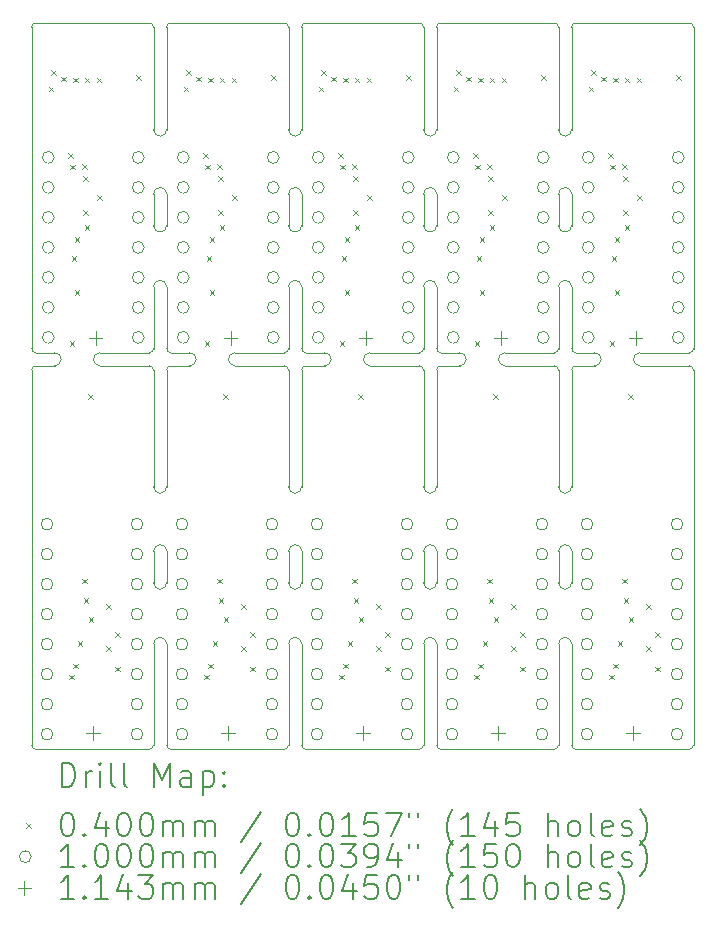
<source format=gbr>
%TF.GenerationSoftware,KiCad,Pcbnew,7.0.9*%
%TF.CreationDate,2023-12-28T16:33:40-08:00*%
%TF.ProjectId,soic breakouts,736f6963-2062-4726-9561-6b6f7574732e,rev?*%
%TF.SameCoordinates,Original*%
%TF.FileFunction,Drillmap*%
%TF.FilePolarity,Positive*%
%FSLAX45Y45*%
G04 Gerber Fmt 4.5, Leading zero omitted, Abs format (unit mm)*
G04 Created by KiCad (PCBNEW 7.0.9) date 2023-12-28 16:33:40*
%MOMM*%
%LPD*%
G01*
G04 APERTURE LIST*
%ADD10C,0.100000*%
%ADD11C,0.200000*%
%ADD12C,0.114300*%
G04 APERTURE END LIST*
D10*
X14170660Y-5839460D02*
X14587220Y-5839460D01*
X14170660Y-5839460D02*
G75*
G03*
X14170660Y-5951220I0J-55880D01*
G01*
X14587220Y-5951220D02*
X14170660Y-5951220D01*
X13784580Y-5839460D02*
X13627100Y-5839460D01*
X13784580Y-5951220D02*
G75*
G03*
X13784580Y-5839460I0J55880D01*
G01*
X13784580Y-5951220D02*
X13627100Y-5951220D01*
X13027660Y-5839460D02*
X13444220Y-5839460D01*
X12641580Y-5951220D02*
X12484100Y-5951220D01*
X13027660Y-5839460D02*
G75*
G03*
X13027660Y-5951220I0J-55880D01*
G01*
X13444220Y-5951220D02*
X13027660Y-5951220D01*
X12641580Y-5839460D02*
X12484100Y-5839460D01*
X12641580Y-5951220D02*
G75*
G03*
X12641580Y-5839460I0J55880D01*
G01*
X11884660Y-5839460D02*
G75*
G03*
X11884660Y-5951220I0J-55880D01*
G01*
X11884660Y-5839460D02*
X12301220Y-5839460D01*
X11498580Y-5951220D02*
X11341100Y-5951220D01*
X11498580Y-5839460D02*
X11341100Y-5839460D01*
X12301220Y-5951220D02*
X11884660Y-5951220D01*
X11498580Y-5951220D02*
G75*
G03*
X11498580Y-5839460I0J55880D01*
G01*
X10741660Y-5839460D02*
G75*
G03*
X10741660Y-5951220I0J-55880D01*
G01*
X10355580Y-5839460D02*
X10198100Y-5839460D01*
X10355580Y-5951220D02*
X10198100Y-5951220D01*
X10741660Y-5839460D02*
X11158220Y-5839460D01*
X10355580Y-5951220D02*
G75*
G03*
X10355580Y-5839460I0J55880D01*
G01*
X11158220Y-5951220D02*
X10741660Y-5951220D01*
X10015220Y-5951220D02*
X9598660Y-5951220D01*
X9598660Y-5839460D02*
X10015220Y-5839460D01*
X9212580Y-5951220D02*
X9055100Y-5951220D01*
X9212580Y-5839460D02*
X9055100Y-5839460D01*
X9598660Y-5839460D02*
G75*
G03*
X9598660Y-5951220I0J-55880D01*
G01*
X9212580Y-5951220D02*
G75*
G03*
X9212580Y-5839460I0J55880D01*
G01*
X13591540Y-7786513D02*
X13591540Y-7519813D01*
X13479780Y-7519813D02*
X13479780Y-7786513D01*
X13479780Y-7786513D02*
G75*
G03*
X13535660Y-7842393I55880J0D01*
G01*
X13479780Y-6974840D02*
G75*
G03*
X13535660Y-7030720I55880J0D01*
G01*
X13535660Y-7030720D02*
G75*
G03*
X13591540Y-6974840I0J55880D01*
G01*
X13591540Y-7519813D02*
G75*
G03*
X13535660Y-7463933I-55880J0D01*
G01*
X13591540Y-8304673D02*
G75*
G03*
X13535660Y-8248793I-55880J0D01*
G01*
X13535660Y-7842393D02*
G75*
G03*
X13591540Y-7786513I0J55880D01*
G01*
X13591540Y-8304673D02*
X13591540Y-9161780D01*
X13479780Y-9161780D02*
X13479780Y-8304673D01*
X13535660Y-8248793D02*
G75*
G03*
X13479780Y-8304673I0J-55880D01*
G01*
X13535660Y-7463933D02*
G75*
G03*
X13479780Y-7519813I0J-55880D01*
G01*
X13591540Y-6974840D02*
X13591540Y-5986780D01*
X13479780Y-5986780D02*
X13479780Y-6974840D01*
X12448540Y-7786513D02*
X12448540Y-7519813D01*
X12336780Y-7519813D02*
X12336780Y-7786513D01*
X12448540Y-8304673D02*
G75*
G03*
X12392660Y-8248793I-55880J0D01*
G01*
X12336780Y-7786513D02*
G75*
G03*
X12392660Y-7842393I55880J0D01*
G01*
X12336780Y-6974840D02*
G75*
G03*
X12392660Y-7030720I55880J0D01*
G01*
X12392660Y-7030720D02*
G75*
G03*
X12448540Y-6974840I0J55880D01*
G01*
X12448540Y-6974840D02*
X12448540Y-5986780D01*
X12448540Y-7519813D02*
G75*
G03*
X12392660Y-7463933I-55880J0D01*
G01*
X12392660Y-7842393D02*
G75*
G03*
X12448540Y-7786513I0J55880D01*
G01*
X12448540Y-8304673D02*
X12448540Y-9161780D01*
X12336780Y-9161780D02*
X12336780Y-8304673D01*
X12392660Y-8248793D02*
G75*
G03*
X12336780Y-8304673I0J-55880D01*
G01*
X12392660Y-7463933D02*
G75*
G03*
X12336780Y-7519813I0J-55880D01*
G01*
X12336780Y-5986780D02*
X12336780Y-6974840D01*
X11305540Y-7786513D02*
X11305540Y-7519813D01*
X11193780Y-7519813D02*
X11193780Y-7786513D01*
X11305540Y-8304673D02*
G75*
G03*
X11249660Y-8248793I-55880J0D01*
G01*
X11193780Y-7786513D02*
G75*
G03*
X11249660Y-7842393I55880J0D01*
G01*
X11193780Y-6974840D02*
G75*
G03*
X11249660Y-7030720I55880J0D01*
G01*
X11249660Y-7030720D02*
G75*
G03*
X11305540Y-6974840I0J55880D01*
G01*
X11305540Y-6974840D02*
X11305540Y-5986780D01*
X11305540Y-7519813D02*
G75*
G03*
X11249660Y-7463933I-55880J0D01*
G01*
X11249660Y-7842393D02*
G75*
G03*
X11305540Y-7786513I0J55880D01*
G01*
X11305540Y-8304673D02*
X11305540Y-9161780D01*
X11193780Y-9161780D02*
X11193780Y-8304673D01*
X11249660Y-8248793D02*
G75*
G03*
X11193780Y-8304673I0J-55880D01*
G01*
X11249660Y-7463933D02*
G75*
G03*
X11193780Y-7519813I0J-55880D01*
G01*
X11193780Y-5986780D02*
X11193780Y-6974840D01*
X11193780Y-5986780D02*
G75*
G03*
X11158220Y-5951220I-35560J0D01*
G01*
X10198100Y-5951220D02*
G75*
G03*
X10162540Y-5986780I0J-35560D01*
G01*
X10162540Y-9161780D02*
G75*
G03*
X10198100Y-9197340I35560J0D01*
G01*
X11158220Y-9197340D02*
G75*
G03*
X11193780Y-9161780I0J35560D01*
G01*
X10198100Y-9197340D02*
X11158220Y-9197340D01*
X10106660Y-7030720D02*
G75*
G03*
X10162540Y-6974840I0J55880D01*
G01*
X10106660Y-7842393D02*
G75*
G03*
X10162540Y-7786513I0J55880D01*
G01*
X10162540Y-8304673D02*
G75*
G03*
X10106660Y-8248793I-55880J0D01*
G01*
X10162540Y-7519813D02*
G75*
G03*
X10106660Y-7463933I-55880J0D01*
G01*
X10162540Y-8304673D02*
X10162540Y-9161780D01*
X10050780Y-9161780D02*
X10050780Y-8304673D01*
X10050780Y-7786513D02*
G75*
G03*
X10106660Y-7842393I55880J0D01*
G01*
X10050780Y-6974840D02*
G75*
G03*
X10106660Y-7030720I55880J0D01*
G01*
X10162540Y-7786513D02*
X10162540Y-7519813D01*
X10050780Y-5986780D02*
X10050780Y-6974840D01*
X10106660Y-8248793D02*
G75*
G03*
X10050780Y-8304673I0J-55880D01*
G01*
X10106660Y-7463933D02*
G75*
G03*
X10050780Y-7519813I0J-55880D01*
G01*
X10162540Y-6974840D02*
X10162540Y-5986780D01*
X10050780Y-7519813D02*
X10050780Y-7786513D01*
X13627100Y-9197340D02*
X14587220Y-9197340D01*
X14587220Y-9197340D02*
G75*
G03*
X14622780Y-9161780I0J35560D01*
G01*
X14622780Y-9161780D02*
X14622780Y-5986780D01*
X14622780Y-5986780D02*
G75*
G03*
X14587220Y-5951220I-35560J0D01*
G01*
X13627100Y-5951220D02*
G75*
G03*
X13591540Y-5986780I0J-35560D01*
G01*
X13591540Y-9161780D02*
G75*
G03*
X13627100Y-9197340I35560J0D01*
G01*
X11341100Y-9197340D02*
X12301220Y-9197340D01*
X12301220Y-9197340D02*
G75*
G03*
X12336780Y-9161780I0J35560D01*
G01*
X12336780Y-5986780D02*
G75*
G03*
X12301220Y-5951220I-35560J0D01*
G01*
X11305540Y-9161780D02*
G75*
G03*
X11341100Y-9197340I35560J0D01*
G01*
X11341100Y-5951220D02*
G75*
G03*
X11305540Y-5986780I0J-35560D01*
G01*
X12484100Y-9197340D02*
X13444220Y-9197340D01*
X13444220Y-9197340D02*
G75*
G03*
X13479780Y-9161780I0J35560D01*
G01*
X12484100Y-5951220D02*
G75*
G03*
X12448540Y-5986780I0J-35560D01*
G01*
X13479780Y-5986780D02*
G75*
G03*
X13444220Y-5951220I-35560J0D01*
G01*
X12448540Y-9161780D02*
G75*
G03*
X12484100Y-9197340I35560J0D01*
G01*
X9055100Y-9197340D02*
X10015220Y-9197340D01*
X10015220Y-9197340D02*
G75*
G03*
X10050780Y-9161780I0J35560D01*
G01*
X10050780Y-5986780D02*
G75*
G03*
X10015220Y-5951220I-35560J0D01*
G01*
X9019540Y-9161780D02*
G75*
G03*
X9055100Y-9197340I35560J0D01*
G01*
X9055100Y-5951220D02*
G75*
G03*
X9019540Y-5986780I0J-35560D01*
G01*
X9019540Y-5986780D02*
X9019540Y-9161780D01*
X10162540Y-5280660D02*
G75*
G03*
X10106660Y-5224780I-55880J0D01*
G01*
X10106660Y-4818380D02*
G75*
G03*
X10162540Y-4762500I0J55880D01*
G01*
X10162540Y-4495800D02*
G75*
G03*
X10106660Y-4439920I-55880J0D01*
G01*
X10106660Y-4006707D02*
G75*
G03*
X10162540Y-3950827I0J55880D01*
G01*
X10106660Y-5224780D02*
G75*
G03*
X10050780Y-5280660I0J-55880D01*
G01*
X10106660Y-4439920D02*
G75*
G03*
X10050780Y-4495800I0J-55880D01*
G01*
X10050780Y-4762500D02*
G75*
G03*
X10106660Y-4818380I55880J0D01*
G01*
X10050780Y-3950827D02*
G75*
G03*
X10106660Y-4006707I55880J0D01*
G01*
X10050780Y-4495800D02*
X10050780Y-4762500D01*
X10050780Y-5803900D02*
X10050780Y-5280660D01*
X10162540Y-5280660D02*
X10162540Y-5803900D01*
X10162540Y-4762500D02*
X10162540Y-4495800D01*
X10050780Y-3083560D02*
G75*
G03*
X10015220Y-3048000I-35560J0D01*
G01*
X9019540Y-5803900D02*
X9019540Y-3083560D01*
X9019540Y-5803900D02*
G75*
G03*
X9055100Y-5839460I35560J0D01*
G01*
X9055100Y-3048000D02*
G75*
G03*
X9019540Y-3083560I0J-35560D01*
G01*
X10015220Y-5839460D02*
G75*
G03*
X10050780Y-5803900I0J35560D01*
G01*
X9055100Y-3048000D02*
X10015220Y-3048000D01*
X10050780Y-3083560D02*
X10050780Y-3950827D01*
X10162540Y-3950827D02*
X10162540Y-3083560D01*
X12448540Y-5803900D02*
X12448540Y-5280660D01*
X12336780Y-5280660D02*
X12336780Y-5803900D01*
X12448540Y-3083560D02*
X12448540Y-3950827D01*
X12336780Y-3950827D02*
X12336780Y-3083560D01*
X12448540Y-5280660D02*
G75*
G03*
X12392660Y-5224780I-55880J0D01*
G01*
X12392660Y-5224780D02*
G75*
G03*
X12336780Y-5280660I0J-55880D01*
G01*
X12448540Y-4495800D02*
G75*
G03*
X12392660Y-4439920I-55880J0D01*
G01*
X12392660Y-4439920D02*
G75*
G03*
X12336780Y-4495800I0J-55880D01*
G01*
X12336780Y-4762500D02*
G75*
G03*
X12392660Y-4818380I55880J0D01*
G01*
X12392660Y-4818380D02*
G75*
G03*
X12448540Y-4762500I0J55880D01*
G01*
X12336780Y-3950827D02*
G75*
G03*
X12392660Y-4006707I55880J0D01*
G01*
X12392660Y-4006707D02*
G75*
G03*
X12448540Y-3950827I0J55880D01*
G01*
X12336780Y-4495800D02*
X12336780Y-4762500D01*
X12448540Y-4762500D02*
X12448540Y-4495800D01*
X14622780Y-3083560D02*
G75*
G03*
X14587220Y-3048000I-35560J0D01*
G01*
X13627100Y-3048000D02*
X14587220Y-3048000D01*
X14622780Y-3083560D02*
X14622780Y-5803900D01*
X13591540Y-5803900D02*
G75*
G03*
X13627100Y-5839460I35560J0D01*
G01*
X14587220Y-5839460D02*
G75*
G03*
X14622780Y-5803900I0J35560D01*
G01*
X13627100Y-3048000D02*
G75*
G03*
X13591540Y-3083560I0J-35560D01*
G01*
X13591540Y-5280660D02*
G75*
G03*
X13535660Y-5224780I-55880J0D01*
G01*
X13535660Y-5224780D02*
G75*
G03*
X13479780Y-5280660I0J-55880D01*
G01*
X13591540Y-4495800D02*
G75*
G03*
X13535660Y-4439920I-55880J0D01*
G01*
X13535660Y-4439920D02*
G75*
G03*
X13479780Y-4495800I0J-55880D01*
G01*
X13479780Y-4762500D02*
G75*
G03*
X13535660Y-4818380I55880J0D01*
G01*
X13535660Y-4818380D02*
G75*
G03*
X13591540Y-4762500I0J55880D01*
G01*
X13479780Y-3950827D02*
G75*
G03*
X13535660Y-4006707I55880J0D01*
G01*
X13535660Y-4006707D02*
G75*
G03*
X13591540Y-3950827I0J55880D01*
G01*
X13479780Y-4495800D02*
X13479780Y-4762500D01*
X13479780Y-5803900D02*
X13479780Y-5280660D01*
X13591540Y-5280660D02*
X13591540Y-5803900D01*
X13591540Y-4762500D02*
X13591540Y-4495800D01*
X13479780Y-3083560D02*
G75*
G03*
X13444220Y-3048000I-35560J0D01*
G01*
X12448540Y-5803900D02*
G75*
G03*
X12484100Y-5839460I35560J0D01*
G01*
X12484100Y-3048000D02*
G75*
G03*
X12448540Y-3083560I0J-35560D01*
G01*
X13444220Y-5839460D02*
G75*
G03*
X13479780Y-5803900I0J35560D01*
G01*
X12484100Y-3048000D02*
X13444220Y-3048000D01*
X13479780Y-3083560D02*
X13479780Y-3950827D01*
X13591540Y-3950827D02*
X13591540Y-3083560D01*
X11305540Y-5280660D02*
G75*
G03*
X11249660Y-5224780I-55880J0D01*
G01*
X11249660Y-5224780D02*
G75*
G03*
X11193780Y-5280660I0J-55880D01*
G01*
X11305540Y-4495800D02*
G75*
G03*
X11249660Y-4439920I-55880J0D01*
G01*
X11249660Y-4439920D02*
G75*
G03*
X11193780Y-4495800I0J-55880D01*
G01*
X11193780Y-4762500D02*
G75*
G03*
X11249660Y-4818380I55880J0D01*
G01*
X11249660Y-4818380D02*
G75*
G03*
X11305540Y-4762500I0J55880D01*
G01*
X11193780Y-3950827D02*
G75*
G03*
X11249660Y-4006707I55880J0D01*
G01*
X11249660Y-4006707D02*
G75*
G03*
X11305540Y-3950827I0J55880D01*
G01*
X11305540Y-4762500D02*
X11305540Y-4495800D01*
X11193780Y-4495800D02*
X11193780Y-4762500D01*
X11193780Y-5803900D02*
X11193780Y-5280660D01*
X11305540Y-5280660D02*
X11305540Y-5803900D01*
X11305540Y-3950827D02*
X11305540Y-3083560D01*
X11193780Y-3083560D02*
X11193780Y-3950827D01*
X12336780Y-3083560D02*
G75*
G03*
X12301220Y-3048000I-35560J0D01*
G01*
X11305540Y-5803900D02*
G75*
G03*
X11341100Y-5839460I35560J0D01*
G01*
X11341100Y-3048000D02*
X12301220Y-3048000D01*
X11341100Y-3048000D02*
G75*
G03*
X11305540Y-3083560I0J-35560D01*
G01*
X12301220Y-5839460D02*
G75*
G03*
X12336780Y-5803900I0J35560D01*
G01*
X11193780Y-3083560D02*
G75*
G03*
X11158220Y-3048000I-35560J0D01*
G01*
X10162540Y-5803900D02*
G75*
G03*
X10198100Y-5839460I35560J0D01*
G01*
X11158220Y-5839460D02*
G75*
G03*
X11193780Y-5803900I0J35560D01*
G01*
X10198100Y-3048000D02*
X11158220Y-3048000D01*
X10198100Y-3048000D02*
G75*
G03*
X10162540Y-3083560I0J-35560D01*
G01*
D11*
D10*
X9162100Y-3586800D02*
X9202100Y-3626800D01*
X9202100Y-3586800D02*
X9162100Y-3626800D01*
X9182420Y-3449640D02*
X9222420Y-3489640D01*
X9222420Y-3449640D02*
X9182420Y-3489640D01*
X9269276Y-3503128D02*
X9309276Y-3543128D01*
X9309276Y-3503128D02*
X9269276Y-3543128D01*
X9330654Y-4147040D02*
X9370654Y-4187040D01*
X9370654Y-4147040D02*
X9330654Y-4187040D01*
X9334820Y-8565200D02*
X9374820Y-8605200D01*
X9374820Y-8565200D02*
X9334820Y-8605200D01*
X9339900Y-5739510D02*
X9379900Y-5779510D01*
X9379900Y-5739510D02*
X9339900Y-5779510D01*
X9342351Y-4246303D02*
X9382351Y-4286303D01*
X9382351Y-4246303D02*
X9342351Y-4286303D01*
X9357680Y-5024440D02*
X9397680Y-5064440D01*
X9397680Y-5024440D02*
X9357680Y-5064440D01*
X9368891Y-3511312D02*
X9408891Y-3551312D01*
X9408891Y-3511312D02*
X9368891Y-3551312D01*
X9370516Y-8471841D02*
X9410516Y-8511841D01*
X9410516Y-8471841D02*
X9370516Y-8511841D01*
X9383080Y-4859340D02*
X9423080Y-4899340D01*
X9423080Y-4859340D02*
X9383080Y-4899340D01*
X9383080Y-5308920D02*
X9423080Y-5348920D01*
X9423080Y-5308920D02*
X9383080Y-5348920D01*
X9407580Y-8279458D02*
X9447580Y-8319458D01*
X9447580Y-8279458D02*
X9407580Y-8319458D01*
X9445219Y-7752499D02*
X9485219Y-7792499D01*
X9485219Y-7752499D02*
X9445219Y-7792499D01*
X9446206Y-4244909D02*
X9486206Y-4284909D01*
X9486206Y-4244909D02*
X9446206Y-4284909D01*
X9453930Y-4344560D02*
X9493930Y-4384560D01*
X9493930Y-4344560D02*
X9453930Y-4384560D01*
X9453930Y-4630740D02*
X9493930Y-4670740D01*
X9493930Y-4630740D02*
X9453930Y-4670740D01*
X9459280Y-7914960D02*
X9499280Y-7954960D01*
X9499280Y-7914960D02*
X9459280Y-7954960D01*
X9468030Y-4760280D02*
X9508030Y-4800280D01*
X9508030Y-4760280D02*
X9468030Y-4800280D01*
X9468841Y-3511363D02*
X9508841Y-3551363D01*
X9508841Y-3511363D02*
X9468841Y-3551363D01*
X9497380Y-6187760D02*
X9537380Y-6227760D01*
X9537380Y-6187760D02*
X9497380Y-6227760D01*
X9501610Y-8080060D02*
X9541610Y-8120060D01*
X9541610Y-8080060D02*
X9501610Y-8120060D01*
X9568791Y-3511362D02*
X9608791Y-3551362D01*
X9608791Y-3511362D02*
X9568791Y-3551362D01*
X9573580Y-4506280D02*
X9613580Y-4546280D01*
X9613580Y-4506280D02*
X9573580Y-4546280D01*
X9648370Y-8321360D02*
X9688370Y-8361360D01*
X9688370Y-8321360D02*
X9648370Y-8361360D01*
X9652320Y-7968300D02*
X9692320Y-8008300D01*
X9692320Y-7968300D02*
X9652320Y-8008300D01*
X9728520Y-8207060D02*
X9768520Y-8247060D01*
X9768520Y-8207060D02*
X9728520Y-8247060D01*
X9728520Y-8496620D02*
X9768520Y-8536620D01*
X9768520Y-8496620D02*
X9728520Y-8536620D01*
X9906320Y-3490280D02*
X9946320Y-3530280D01*
X9946320Y-3490280D02*
X9906320Y-3530280D01*
X10305100Y-3586800D02*
X10345100Y-3626800D01*
X10345100Y-3586800D02*
X10305100Y-3626800D01*
X10325420Y-3449640D02*
X10365420Y-3489640D01*
X10365420Y-3449640D02*
X10325420Y-3489640D01*
X10412276Y-3503128D02*
X10452276Y-3543128D01*
X10452276Y-3503128D02*
X10412276Y-3543128D01*
X10473654Y-4147040D02*
X10513654Y-4187040D01*
X10513654Y-4147040D02*
X10473654Y-4187040D01*
X10477820Y-8565200D02*
X10517820Y-8605200D01*
X10517820Y-8565200D02*
X10477820Y-8605200D01*
X10482900Y-5739510D02*
X10522900Y-5779510D01*
X10522900Y-5739510D02*
X10482900Y-5779510D01*
X10485351Y-4246303D02*
X10525351Y-4286303D01*
X10525351Y-4246303D02*
X10485351Y-4286303D01*
X10500680Y-5024440D02*
X10540680Y-5064440D01*
X10540680Y-5024440D02*
X10500680Y-5064440D01*
X10511891Y-3511312D02*
X10551891Y-3551312D01*
X10551891Y-3511312D02*
X10511891Y-3551312D01*
X10513516Y-8471841D02*
X10553516Y-8511841D01*
X10553516Y-8471841D02*
X10513516Y-8511841D01*
X10526080Y-4859340D02*
X10566080Y-4899340D01*
X10566080Y-4859340D02*
X10526080Y-4899340D01*
X10526080Y-5308920D02*
X10566080Y-5348920D01*
X10566080Y-5308920D02*
X10526080Y-5348920D01*
X10550580Y-8279458D02*
X10590580Y-8319458D01*
X10590580Y-8279458D02*
X10550580Y-8319458D01*
X10588219Y-7752499D02*
X10628219Y-7792499D01*
X10628219Y-7752499D02*
X10588219Y-7792499D01*
X10589206Y-4244909D02*
X10629206Y-4284909D01*
X10629206Y-4244909D02*
X10589206Y-4284909D01*
X10596930Y-4344560D02*
X10636930Y-4384560D01*
X10636930Y-4344560D02*
X10596930Y-4384560D01*
X10596930Y-4630740D02*
X10636930Y-4670740D01*
X10636930Y-4630740D02*
X10596930Y-4670740D01*
X10602280Y-7914960D02*
X10642280Y-7954960D01*
X10642280Y-7914960D02*
X10602280Y-7954960D01*
X10611030Y-4760280D02*
X10651030Y-4800280D01*
X10651030Y-4760280D02*
X10611030Y-4800280D01*
X10611841Y-3511363D02*
X10651841Y-3551363D01*
X10651841Y-3511363D02*
X10611841Y-3551363D01*
X10640380Y-6187760D02*
X10680380Y-6227760D01*
X10680380Y-6187760D02*
X10640380Y-6227760D01*
X10644610Y-8080060D02*
X10684610Y-8120060D01*
X10684610Y-8080060D02*
X10644610Y-8120060D01*
X10711791Y-3511362D02*
X10751791Y-3551362D01*
X10751791Y-3511362D02*
X10711791Y-3551362D01*
X10716580Y-4506280D02*
X10756580Y-4546280D01*
X10756580Y-4506280D02*
X10716580Y-4546280D01*
X10791370Y-8321360D02*
X10831370Y-8361360D01*
X10831370Y-8321360D02*
X10791370Y-8361360D01*
X10795320Y-7968300D02*
X10835320Y-8008300D01*
X10835320Y-7968300D02*
X10795320Y-8008300D01*
X10871520Y-8207060D02*
X10911520Y-8247060D01*
X10911520Y-8207060D02*
X10871520Y-8247060D01*
X10871520Y-8496620D02*
X10911520Y-8536620D01*
X10911520Y-8496620D02*
X10871520Y-8536620D01*
X11049320Y-3490280D02*
X11089320Y-3530280D01*
X11089320Y-3490280D02*
X11049320Y-3530280D01*
X11448100Y-3586800D02*
X11488100Y-3626800D01*
X11488100Y-3586800D02*
X11448100Y-3626800D01*
X11468420Y-3449640D02*
X11508420Y-3489640D01*
X11508420Y-3449640D02*
X11468420Y-3489640D01*
X11555276Y-3503128D02*
X11595276Y-3543128D01*
X11595276Y-3503128D02*
X11555276Y-3543128D01*
X11616654Y-4147040D02*
X11656654Y-4187040D01*
X11656654Y-4147040D02*
X11616654Y-4187040D01*
X11620820Y-8565200D02*
X11660820Y-8605200D01*
X11660820Y-8565200D02*
X11620820Y-8605200D01*
X11625900Y-5739510D02*
X11665900Y-5779510D01*
X11665900Y-5739510D02*
X11625900Y-5779510D01*
X11628351Y-4246303D02*
X11668351Y-4286303D01*
X11668351Y-4246303D02*
X11628351Y-4286303D01*
X11643680Y-5024440D02*
X11683680Y-5064440D01*
X11683680Y-5024440D02*
X11643680Y-5064440D01*
X11654891Y-3511312D02*
X11694891Y-3551312D01*
X11694891Y-3511312D02*
X11654891Y-3551312D01*
X11656516Y-8471841D02*
X11696516Y-8511841D01*
X11696516Y-8471841D02*
X11656516Y-8511841D01*
X11669080Y-4859340D02*
X11709080Y-4899340D01*
X11709080Y-4859340D02*
X11669080Y-4899340D01*
X11669080Y-5308920D02*
X11709080Y-5348920D01*
X11709080Y-5308920D02*
X11669080Y-5348920D01*
X11693580Y-8279458D02*
X11733580Y-8319458D01*
X11733580Y-8279458D02*
X11693580Y-8319458D01*
X11731219Y-7752499D02*
X11771219Y-7792499D01*
X11771219Y-7752499D02*
X11731219Y-7792499D01*
X11732205Y-4244909D02*
X11772205Y-4284909D01*
X11772205Y-4244909D02*
X11732205Y-4284909D01*
X11739930Y-4344560D02*
X11779930Y-4384560D01*
X11779930Y-4344560D02*
X11739930Y-4384560D01*
X11739930Y-4630740D02*
X11779930Y-4670740D01*
X11779930Y-4630740D02*
X11739930Y-4670740D01*
X11745280Y-7914960D02*
X11785280Y-7954960D01*
X11785280Y-7914960D02*
X11745280Y-7954960D01*
X11754030Y-4760280D02*
X11794030Y-4800280D01*
X11794030Y-4760280D02*
X11754030Y-4800280D01*
X11754841Y-3511363D02*
X11794841Y-3551363D01*
X11794841Y-3511363D02*
X11754841Y-3551363D01*
X11783380Y-6187760D02*
X11823380Y-6227760D01*
X11823380Y-6187760D02*
X11783380Y-6227760D01*
X11787610Y-8080060D02*
X11827610Y-8120060D01*
X11827610Y-8080060D02*
X11787610Y-8120060D01*
X11854791Y-3511362D02*
X11894791Y-3551362D01*
X11894791Y-3511362D02*
X11854791Y-3551362D01*
X11859580Y-4506280D02*
X11899580Y-4546280D01*
X11899580Y-4506280D02*
X11859580Y-4546280D01*
X11934370Y-8321360D02*
X11974370Y-8361360D01*
X11974370Y-8321360D02*
X11934370Y-8361360D01*
X11938320Y-7968300D02*
X11978320Y-8008300D01*
X11978320Y-7968300D02*
X11938320Y-8008300D01*
X12014520Y-8207060D02*
X12054520Y-8247060D01*
X12054520Y-8207060D02*
X12014520Y-8247060D01*
X12014520Y-8496620D02*
X12054520Y-8536620D01*
X12054520Y-8496620D02*
X12014520Y-8536620D01*
X12192320Y-3490280D02*
X12232320Y-3530280D01*
X12232320Y-3490280D02*
X12192320Y-3530280D01*
X12591100Y-3586800D02*
X12631100Y-3626800D01*
X12631100Y-3586800D02*
X12591100Y-3626800D01*
X12611420Y-3449640D02*
X12651420Y-3489640D01*
X12651420Y-3449640D02*
X12611420Y-3489640D01*
X12698276Y-3503128D02*
X12738276Y-3543128D01*
X12738276Y-3503128D02*
X12698276Y-3543128D01*
X12759654Y-4147040D02*
X12799654Y-4187040D01*
X12799654Y-4147040D02*
X12759654Y-4187040D01*
X12763820Y-8565200D02*
X12803820Y-8605200D01*
X12803820Y-8565200D02*
X12763820Y-8605200D01*
X12768900Y-5739510D02*
X12808900Y-5779510D01*
X12808900Y-5739510D02*
X12768900Y-5779510D01*
X12771351Y-4246303D02*
X12811351Y-4286303D01*
X12811351Y-4246303D02*
X12771351Y-4286303D01*
X12786680Y-5024440D02*
X12826680Y-5064440D01*
X12826680Y-5024440D02*
X12786680Y-5064440D01*
X12797891Y-3511312D02*
X12837891Y-3551312D01*
X12837891Y-3511312D02*
X12797891Y-3551312D01*
X12799516Y-8471841D02*
X12839516Y-8511841D01*
X12839516Y-8471841D02*
X12799516Y-8511841D01*
X12812080Y-4859340D02*
X12852080Y-4899340D01*
X12852080Y-4859340D02*
X12812080Y-4899340D01*
X12812080Y-5308920D02*
X12852080Y-5348920D01*
X12852080Y-5308920D02*
X12812080Y-5348920D01*
X12836580Y-8279458D02*
X12876580Y-8319458D01*
X12876580Y-8279458D02*
X12836580Y-8319458D01*
X12874219Y-7752499D02*
X12914219Y-7792499D01*
X12914219Y-7752499D02*
X12874219Y-7792499D01*
X12875205Y-4244909D02*
X12915205Y-4284909D01*
X12915205Y-4244909D02*
X12875205Y-4284909D01*
X12882930Y-4344560D02*
X12922930Y-4384560D01*
X12922930Y-4344560D02*
X12882930Y-4384560D01*
X12882930Y-4630740D02*
X12922930Y-4670740D01*
X12922930Y-4630740D02*
X12882930Y-4670740D01*
X12888280Y-7914960D02*
X12928280Y-7954960D01*
X12928280Y-7914960D02*
X12888280Y-7954960D01*
X12897030Y-4760280D02*
X12937030Y-4800280D01*
X12937030Y-4760280D02*
X12897030Y-4800280D01*
X12897841Y-3511363D02*
X12937841Y-3551363D01*
X12937841Y-3511363D02*
X12897841Y-3551363D01*
X12926380Y-6187760D02*
X12966380Y-6227760D01*
X12966380Y-6187760D02*
X12926380Y-6227760D01*
X12930610Y-8080060D02*
X12970610Y-8120060D01*
X12970610Y-8080060D02*
X12930610Y-8120060D01*
X12997791Y-3511362D02*
X13037791Y-3551362D01*
X13037791Y-3511362D02*
X12997791Y-3551362D01*
X13002580Y-4506280D02*
X13042580Y-4546280D01*
X13042580Y-4506280D02*
X13002580Y-4546280D01*
X13077370Y-8321360D02*
X13117370Y-8361360D01*
X13117370Y-8321360D02*
X13077370Y-8361360D01*
X13081320Y-7968300D02*
X13121320Y-8008300D01*
X13121320Y-7968300D02*
X13081320Y-8008300D01*
X13157520Y-8207060D02*
X13197520Y-8247060D01*
X13197520Y-8207060D02*
X13157520Y-8247060D01*
X13157520Y-8496620D02*
X13197520Y-8536620D01*
X13197520Y-8496620D02*
X13157520Y-8536620D01*
X13335320Y-3490280D02*
X13375320Y-3530280D01*
X13375320Y-3490280D02*
X13335320Y-3530280D01*
X13734100Y-3586800D02*
X13774100Y-3626800D01*
X13774100Y-3586800D02*
X13734100Y-3626800D01*
X13754420Y-3449640D02*
X13794420Y-3489640D01*
X13794420Y-3449640D02*
X13754420Y-3489640D01*
X13841276Y-3503128D02*
X13881276Y-3543128D01*
X13881276Y-3503128D02*
X13841276Y-3543128D01*
X13902654Y-4147040D02*
X13942654Y-4187040D01*
X13942654Y-4147040D02*
X13902654Y-4187040D01*
X13906820Y-8565200D02*
X13946820Y-8605200D01*
X13946820Y-8565200D02*
X13906820Y-8605200D01*
X13911900Y-5739510D02*
X13951900Y-5779510D01*
X13951900Y-5739510D02*
X13911900Y-5779510D01*
X13914351Y-4246303D02*
X13954351Y-4286303D01*
X13954351Y-4246303D02*
X13914351Y-4286303D01*
X13929680Y-5024440D02*
X13969680Y-5064440D01*
X13969680Y-5024440D02*
X13929680Y-5064440D01*
X13940891Y-3511312D02*
X13980891Y-3551312D01*
X13980891Y-3511312D02*
X13940891Y-3551312D01*
X13942516Y-8471841D02*
X13982516Y-8511841D01*
X13982516Y-8471841D02*
X13942516Y-8511841D01*
X13955080Y-4859340D02*
X13995080Y-4899340D01*
X13995080Y-4859340D02*
X13955080Y-4899340D01*
X13955080Y-5308920D02*
X13995080Y-5348920D01*
X13995080Y-5308920D02*
X13955080Y-5348920D01*
X13979580Y-8279458D02*
X14019580Y-8319458D01*
X14019580Y-8279458D02*
X13979580Y-8319458D01*
X14017219Y-7752499D02*
X14057219Y-7792499D01*
X14057219Y-7752499D02*
X14017219Y-7792499D01*
X14018205Y-4244909D02*
X14058205Y-4284909D01*
X14058205Y-4244909D02*
X14018205Y-4284909D01*
X14025930Y-4344560D02*
X14065930Y-4384560D01*
X14065930Y-4344560D02*
X14025930Y-4384560D01*
X14025930Y-4630740D02*
X14065930Y-4670740D01*
X14065930Y-4630740D02*
X14025930Y-4670740D01*
X14031280Y-7914960D02*
X14071280Y-7954960D01*
X14071280Y-7914960D02*
X14031280Y-7954960D01*
X14040030Y-4760280D02*
X14080030Y-4800280D01*
X14080030Y-4760280D02*
X14040030Y-4800280D01*
X14040841Y-3511363D02*
X14080841Y-3551363D01*
X14080841Y-3511363D02*
X14040841Y-3551363D01*
X14069380Y-6187760D02*
X14109380Y-6227760D01*
X14109380Y-6187760D02*
X14069380Y-6227760D01*
X14073610Y-8080060D02*
X14113610Y-8120060D01*
X14113610Y-8080060D02*
X14073610Y-8120060D01*
X14140791Y-3511362D02*
X14180791Y-3551362D01*
X14180791Y-3511362D02*
X14140791Y-3551362D01*
X14145580Y-4506280D02*
X14185580Y-4546280D01*
X14185580Y-4506280D02*
X14145580Y-4546280D01*
X14220370Y-8321360D02*
X14260370Y-8361360D01*
X14260370Y-8321360D02*
X14220370Y-8361360D01*
X14224320Y-7968300D02*
X14264320Y-8008300D01*
X14264320Y-7968300D02*
X14224320Y-8008300D01*
X14300520Y-8207060D02*
X14340520Y-8247060D01*
X14340520Y-8207060D02*
X14300520Y-8247060D01*
X14300520Y-8496620D02*
X14340520Y-8536620D01*
X14340520Y-8496620D02*
X14300520Y-8536620D01*
X14478320Y-3490280D02*
X14518320Y-3530280D01*
X14518320Y-3490280D02*
X14478320Y-3530280D01*
X9199080Y-7289800D02*
G75*
G03*
X9199080Y-7289800I-50000J0D01*
G01*
X9199080Y-7543800D02*
G75*
G03*
X9199080Y-7543800I-50000J0D01*
G01*
X9199080Y-7797800D02*
G75*
G03*
X9199080Y-7797800I-50000J0D01*
G01*
X9199080Y-8051800D02*
G75*
G03*
X9199080Y-8051800I-50000J0D01*
G01*
X9199080Y-8305800D02*
G75*
G03*
X9199080Y-8305800I-50000J0D01*
G01*
X9199080Y-8559800D02*
G75*
G03*
X9199080Y-8559800I-50000J0D01*
G01*
X9199080Y-8813800D02*
G75*
G03*
X9199080Y-8813800I-50000J0D01*
G01*
X9199080Y-9067800D02*
G75*
G03*
X9199080Y-9067800I-50000J0D01*
G01*
X9209240Y-4185420D02*
G75*
G03*
X9209240Y-4185420I-50000J0D01*
G01*
X9209240Y-4439420D02*
G75*
G03*
X9209240Y-4439420I-50000J0D01*
G01*
X9209240Y-4693420D02*
G75*
G03*
X9209240Y-4693420I-50000J0D01*
G01*
X9209240Y-4947420D02*
G75*
G03*
X9209240Y-4947420I-50000J0D01*
G01*
X9209240Y-5201420D02*
G75*
G03*
X9209240Y-5201420I-50000J0D01*
G01*
X9209240Y-5455420D02*
G75*
G03*
X9209240Y-5455420I-50000J0D01*
G01*
X9209240Y-5709420D02*
G75*
G03*
X9209240Y-5709420I-50000J0D01*
G01*
X9961080Y-7289800D02*
G75*
G03*
X9961080Y-7289800I-50000J0D01*
G01*
X9961080Y-7543800D02*
G75*
G03*
X9961080Y-7543800I-50000J0D01*
G01*
X9961080Y-7797800D02*
G75*
G03*
X9961080Y-7797800I-50000J0D01*
G01*
X9961080Y-8051800D02*
G75*
G03*
X9961080Y-8051800I-50000J0D01*
G01*
X9961080Y-8305800D02*
G75*
G03*
X9961080Y-8305800I-50000J0D01*
G01*
X9961080Y-8559800D02*
G75*
G03*
X9961080Y-8559800I-50000J0D01*
G01*
X9961080Y-8813800D02*
G75*
G03*
X9961080Y-8813800I-50000J0D01*
G01*
X9961080Y-9067800D02*
G75*
G03*
X9961080Y-9067800I-50000J0D01*
G01*
X9971240Y-4185920D02*
G75*
G03*
X9971240Y-4185920I-50000J0D01*
G01*
X9971240Y-4439920D02*
G75*
G03*
X9971240Y-4439920I-50000J0D01*
G01*
X9971240Y-4693920D02*
G75*
G03*
X9971240Y-4693920I-50000J0D01*
G01*
X9971240Y-4947920D02*
G75*
G03*
X9971240Y-4947920I-50000J0D01*
G01*
X9971240Y-5201920D02*
G75*
G03*
X9971240Y-5201920I-50000J0D01*
G01*
X9971240Y-5455920D02*
G75*
G03*
X9971240Y-5455920I-50000J0D01*
G01*
X9971240Y-5709920D02*
G75*
G03*
X9971240Y-5709920I-50000J0D01*
G01*
X10342080Y-7289800D02*
G75*
G03*
X10342080Y-7289800I-50000J0D01*
G01*
X10342080Y-7543800D02*
G75*
G03*
X10342080Y-7543800I-50000J0D01*
G01*
X10342080Y-7797800D02*
G75*
G03*
X10342080Y-7797800I-50000J0D01*
G01*
X10342080Y-8051800D02*
G75*
G03*
X10342080Y-8051800I-50000J0D01*
G01*
X10342080Y-8305800D02*
G75*
G03*
X10342080Y-8305800I-50000J0D01*
G01*
X10342080Y-8559800D02*
G75*
G03*
X10342080Y-8559800I-50000J0D01*
G01*
X10342080Y-8813800D02*
G75*
G03*
X10342080Y-8813800I-50000J0D01*
G01*
X10342080Y-9067800D02*
G75*
G03*
X10342080Y-9067800I-50000J0D01*
G01*
X10352240Y-4185420D02*
G75*
G03*
X10352240Y-4185420I-50000J0D01*
G01*
X10352240Y-4439420D02*
G75*
G03*
X10352240Y-4439420I-50000J0D01*
G01*
X10352240Y-4693420D02*
G75*
G03*
X10352240Y-4693420I-50000J0D01*
G01*
X10352240Y-4947420D02*
G75*
G03*
X10352240Y-4947420I-50000J0D01*
G01*
X10352240Y-5201420D02*
G75*
G03*
X10352240Y-5201420I-50000J0D01*
G01*
X10352240Y-5455420D02*
G75*
G03*
X10352240Y-5455420I-50000J0D01*
G01*
X10352240Y-5709420D02*
G75*
G03*
X10352240Y-5709420I-50000J0D01*
G01*
X11104080Y-7289800D02*
G75*
G03*
X11104080Y-7289800I-50000J0D01*
G01*
X11104080Y-7543800D02*
G75*
G03*
X11104080Y-7543800I-50000J0D01*
G01*
X11104080Y-7797800D02*
G75*
G03*
X11104080Y-7797800I-50000J0D01*
G01*
X11104080Y-8051800D02*
G75*
G03*
X11104080Y-8051800I-50000J0D01*
G01*
X11104080Y-8305800D02*
G75*
G03*
X11104080Y-8305800I-50000J0D01*
G01*
X11104080Y-8559800D02*
G75*
G03*
X11104080Y-8559800I-50000J0D01*
G01*
X11104080Y-8813800D02*
G75*
G03*
X11104080Y-8813800I-50000J0D01*
G01*
X11104080Y-9067800D02*
G75*
G03*
X11104080Y-9067800I-50000J0D01*
G01*
X11114240Y-4185920D02*
G75*
G03*
X11114240Y-4185920I-50000J0D01*
G01*
X11114240Y-4439920D02*
G75*
G03*
X11114240Y-4439920I-50000J0D01*
G01*
X11114240Y-4693920D02*
G75*
G03*
X11114240Y-4693920I-50000J0D01*
G01*
X11114240Y-4947920D02*
G75*
G03*
X11114240Y-4947920I-50000J0D01*
G01*
X11114240Y-5201920D02*
G75*
G03*
X11114240Y-5201920I-50000J0D01*
G01*
X11114240Y-5455920D02*
G75*
G03*
X11114240Y-5455920I-50000J0D01*
G01*
X11114240Y-5709920D02*
G75*
G03*
X11114240Y-5709920I-50000J0D01*
G01*
X11485080Y-7289800D02*
G75*
G03*
X11485080Y-7289800I-50000J0D01*
G01*
X11485080Y-7543800D02*
G75*
G03*
X11485080Y-7543800I-50000J0D01*
G01*
X11485080Y-7797800D02*
G75*
G03*
X11485080Y-7797800I-50000J0D01*
G01*
X11485080Y-8051800D02*
G75*
G03*
X11485080Y-8051800I-50000J0D01*
G01*
X11485080Y-8305800D02*
G75*
G03*
X11485080Y-8305800I-50000J0D01*
G01*
X11485080Y-8559800D02*
G75*
G03*
X11485080Y-8559800I-50000J0D01*
G01*
X11485080Y-8813800D02*
G75*
G03*
X11485080Y-8813800I-50000J0D01*
G01*
X11485080Y-9067800D02*
G75*
G03*
X11485080Y-9067800I-50000J0D01*
G01*
X11495240Y-4185420D02*
G75*
G03*
X11495240Y-4185420I-50000J0D01*
G01*
X11495240Y-4439420D02*
G75*
G03*
X11495240Y-4439420I-50000J0D01*
G01*
X11495240Y-4693420D02*
G75*
G03*
X11495240Y-4693420I-50000J0D01*
G01*
X11495240Y-4947420D02*
G75*
G03*
X11495240Y-4947420I-50000J0D01*
G01*
X11495240Y-5201420D02*
G75*
G03*
X11495240Y-5201420I-50000J0D01*
G01*
X11495240Y-5455420D02*
G75*
G03*
X11495240Y-5455420I-50000J0D01*
G01*
X11495240Y-5709420D02*
G75*
G03*
X11495240Y-5709420I-50000J0D01*
G01*
X12247080Y-7289800D02*
G75*
G03*
X12247080Y-7289800I-50000J0D01*
G01*
X12247080Y-7543800D02*
G75*
G03*
X12247080Y-7543800I-50000J0D01*
G01*
X12247080Y-7797800D02*
G75*
G03*
X12247080Y-7797800I-50000J0D01*
G01*
X12247080Y-8051800D02*
G75*
G03*
X12247080Y-8051800I-50000J0D01*
G01*
X12247080Y-8305800D02*
G75*
G03*
X12247080Y-8305800I-50000J0D01*
G01*
X12247080Y-8559800D02*
G75*
G03*
X12247080Y-8559800I-50000J0D01*
G01*
X12247080Y-8813800D02*
G75*
G03*
X12247080Y-8813800I-50000J0D01*
G01*
X12247080Y-9067800D02*
G75*
G03*
X12247080Y-9067800I-50000J0D01*
G01*
X12257240Y-4185920D02*
G75*
G03*
X12257240Y-4185920I-50000J0D01*
G01*
X12257240Y-4439920D02*
G75*
G03*
X12257240Y-4439920I-50000J0D01*
G01*
X12257240Y-4693920D02*
G75*
G03*
X12257240Y-4693920I-50000J0D01*
G01*
X12257240Y-4947920D02*
G75*
G03*
X12257240Y-4947920I-50000J0D01*
G01*
X12257240Y-5201920D02*
G75*
G03*
X12257240Y-5201920I-50000J0D01*
G01*
X12257240Y-5455920D02*
G75*
G03*
X12257240Y-5455920I-50000J0D01*
G01*
X12257240Y-5709920D02*
G75*
G03*
X12257240Y-5709920I-50000J0D01*
G01*
X12628080Y-7289800D02*
G75*
G03*
X12628080Y-7289800I-50000J0D01*
G01*
X12628080Y-7543800D02*
G75*
G03*
X12628080Y-7543800I-50000J0D01*
G01*
X12628080Y-7797800D02*
G75*
G03*
X12628080Y-7797800I-50000J0D01*
G01*
X12628080Y-8051800D02*
G75*
G03*
X12628080Y-8051800I-50000J0D01*
G01*
X12628080Y-8305800D02*
G75*
G03*
X12628080Y-8305800I-50000J0D01*
G01*
X12628080Y-8559800D02*
G75*
G03*
X12628080Y-8559800I-50000J0D01*
G01*
X12628080Y-8813800D02*
G75*
G03*
X12628080Y-8813800I-50000J0D01*
G01*
X12628080Y-9067800D02*
G75*
G03*
X12628080Y-9067800I-50000J0D01*
G01*
X12638240Y-4185420D02*
G75*
G03*
X12638240Y-4185420I-50000J0D01*
G01*
X12638240Y-4439420D02*
G75*
G03*
X12638240Y-4439420I-50000J0D01*
G01*
X12638240Y-4693420D02*
G75*
G03*
X12638240Y-4693420I-50000J0D01*
G01*
X12638240Y-4947420D02*
G75*
G03*
X12638240Y-4947420I-50000J0D01*
G01*
X12638240Y-5201420D02*
G75*
G03*
X12638240Y-5201420I-50000J0D01*
G01*
X12638240Y-5455420D02*
G75*
G03*
X12638240Y-5455420I-50000J0D01*
G01*
X12638240Y-5709420D02*
G75*
G03*
X12638240Y-5709420I-50000J0D01*
G01*
X13390080Y-7289800D02*
G75*
G03*
X13390080Y-7289800I-50000J0D01*
G01*
X13390080Y-7543800D02*
G75*
G03*
X13390080Y-7543800I-50000J0D01*
G01*
X13390080Y-7797800D02*
G75*
G03*
X13390080Y-7797800I-50000J0D01*
G01*
X13390080Y-8051800D02*
G75*
G03*
X13390080Y-8051800I-50000J0D01*
G01*
X13390080Y-8305800D02*
G75*
G03*
X13390080Y-8305800I-50000J0D01*
G01*
X13390080Y-8559800D02*
G75*
G03*
X13390080Y-8559800I-50000J0D01*
G01*
X13390080Y-8813800D02*
G75*
G03*
X13390080Y-8813800I-50000J0D01*
G01*
X13390080Y-9067800D02*
G75*
G03*
X13390080Y-9067800I-50000J0D01*
G01*
X13400240Y-4185920D02*
G75*
G03*
X13400240Y-4185920I-50000J0D01*
G01*
X13400240Y-4439920D02*
G75*
G03*
X13400240Y-4439920I-50000J0D01*
G01*
X13400240Y-4693920D02*
G75*
G03*
X13400240Y-4693920I-50000J0D01*
G01*
X13400240Y-4947920D02*
G75*
G03*
X13400240Y-4947920I-50000J0D01*
G01*
X13400240Y-5201920D02*
G75*
G03*
X13400240Y-5201920I-50000J0D01*
G01*
X13400240Y-5455920D02*
G75*
G03*
X13400240Y-5455920I-50000J0D01*
G01*
X13400240Y-5709920D02*
G75*
G03*
X13400240Y-5709920I-50000J0D01*
G01*
X13771080Y-7289800D02*
G75*
G03*
X13771080Y-7289800I-50000J0D01*
G01*
X13771080Y-7543800D02*
G75*
G03*
X13771080Y-7543800I-50000J0D01*
G01*
X13771080Y-7797800D02*
G75*
G03*
X13771080Y-7797800I-50000J0D01*
G01*
X13771080Y-8051800D02*
G75*
G03*
X13771080Y-8051800I-50000J0D01*
G01*
X13771080Y-8305800D02*
G75*
G03*
X13771080Y-8305800I-50000J0D01*
G01*
X13771080Y-8559800D02*
G75*
G03*
X13771080Y-8559800I-50000J0D01*
G01*
X13771080Y-8813800D02*
G75*
G03*
X13771080Y-8813800I-50000J0D01*
G01*
X13771080Y-9067800D02*
G75*
G03*
X13771080Y-9067800I-50000J0D01*
G01*
X13781240Y-4185420D02*
G75*
G03*
X13781240Y-4185420I-50000J0D01*
G01*
X13781240Y-4439420D02*
G75*
G03*
X13781240Y-4439420I-50000J0D01*
G01*
X13781240Y-4693420D02*
G75*
G03*
X13781240Y-4693420I-50000J0D01*
G01*
X13781240Y-4947420D02*
G75*
G03*
X13781240Y-4947420I-50000J0D01*
G01*
X13781240Y-5201420D02*
G75*
G03*
X13781240Y-5201420I-50000J0D01*
G01*
X13781240Y-5455420D02*
G75*
G03*
X13781240Y-5455420I-50000J0D01*
G01*
X13781240Y-5709420D02*
G75*
G03*
X13781240Y-5709420I-50000J0D01*
G01*
X14533080Y-7289800D02*
G75*
G03*
X14533080Y-7289800I-50000J0D01*
G01*
X14533080Y-7543800D02*
G75*
G03*
X14533080Y-7543800I-50000J0D01*
G01*
X14533080Y-7797800D02*
G75*
G03*
X14533080Y-7797800I-50000J0D01*
G01*
X14533080Y-8051800D02*
G75*
G03*
X14533080Y-8051800I-50000J0D01*
G01*
X14533080Y-8305800D02*
G75*
G03*
X14533080Y-8305800I-50000J0D01*
G01*
X14533080Y-8559800D02*
G75*
G03*
X14533080Y-8559800I-50000J0D01*
G01*
X14533080Y-8813800D02*
G75*
G03*
X14533080Y-8813800I-50000J0D01*
G01*
X14533080Y-9067800D02*
G75*
G03*
X14533080Y-9067800I-50000J0D01*
G01*
X14543240Y-4185920D02*
G75*
G03*
X14543240Y-4185920I-50000J0D01*
G01*
X14543240Y-4439920D02*
G75*
G03*
X14543240Y-4439920I-50000J0D01*
G01*
X14543240Y-4693920D02*
G75*
G03*
X14543240Y-4693920I-50000J0D01*
G01*
X14543240Y-4947920D02*
G75*
G03*
X14543240Y-4947920I-50000J0D01*
G01*
X14543240Y-5201920D02*
G75*
G03*
X14543240Y-5201920I-50000J0D01*
G01*
X14543240Y-5455920D02*
G75*
G03*
X14543240Y-5455920I-50000J0D01*
G01*
X14543240Y-5709920D02*
G75*
G03*
X14543240Y-5709920I-50000J0D01*
G01*
D12*
X9537700Y-9003030D02*
X9537700Y-9117330D01*
X9480550Y-9060180D02*
X9594850Y-9060180D01*
X9560560Y-5657850D02*
X9560560Y-5772150D01*
X9503410Y-5715000D02*
X9617710Y-5715000D01*
X10680700Y-9003030D02*
X10680700Y-9117330D01*
X10623550Y-9060180D02*
X10737850Y-9060180D01*
X10703560Y-5657850D02*
X10703560Y-5772150D01*
X10646410Y-5715000D02*
X10760710Y-5715000D01*
X11823700Y-9003030D02*
X11823700Y-9117330D01*
X11766550Y-9060180D02*
X11880850Y-9060180D01*
X11846560Y-5657850D02*
X11846560Y-5772150D01*
X11789410Y-5715000D02*
X11903710Y-5715000D01*
X12966700Y-9003030D02*
X12966700Y-9117330D01*
X12909550Y-9060180D02*
X13023850Y-9060180D01*
X12989560Y-5657850D02*
X12989560Y-5772150D01*
X12932410Y-5715000D02*
X13046710Y-5715000D01*
X14109700Y-9003030D02*
X14109700Y-9117330D01*
X14052550Y-9060180D02*
X14166850Y-9060180D01*
X14132560Y-5657850D02*
X14132560Y-5772150D01*
X14075410Y-5715000D02*
X14189710Y-5715000D01*
D11*
X9275317Y-9513824D02*
X9275317Y-9313824D01*
X9275317Y-9313824D02*
X9322936Y-9313824D01*
X9322936Y-9313824D02*
X9351507Y-9323348D01*
X9351507Y-9323348D02*
X9370555Y-9342395D01*
X9370555Y-9342395D02*
X9380079Y-9361443D01*
X9380079Y-9361443D02*
X9389603Y-9399538D01*
X9389603Y-9399538D02*
X9389603Y-9428110D01*
X9389603Y-9428110D02*
X9380079Y-9466205D01*
X9380079Y-9466205D02*
X9370555Y-9485252D01*
X9370555Y-9485252D02*
X9351507Y-9504300D01*
X9351507Y-9504300D02*
X9322936Y-9513824D01*
X9322936Y-9513824D02*
X9275317Y-9513824D01*
X9475317Y-9513824D02*
X9475317Y-9380490D01*
X9475317Y-9418586D02*
X9484841Y-9399538D01*
X9484841Y-9399538D02*
X9494364Y-9390014D01*
X9494364Y-9390014D02*
X9513412Y-9380490D01*
X9513412Y-9380490D02*
X9532460Y-9380490D01*
X9599126Y-9513824D02*
X9599126Y-9380490D01*
X9599126Y-9313824D02*
X9589603Y-9323348D01*
X9589603Y-9323348D02*
X9599126Y-9332871D01*
X9599126Y-9332871D02*
X9608650Y-9323348D01*
X9608650Y-9323348D02*
X9599126Y-9313824D01*
X9599126Y-9313824D02*
X9599126Y-9332871D01*
X9722936Y-9513824D02*
X9703888Y-9504300D01*
X9703888Y-9504300D02*
X9694364Y-9485252D01*
X9694364Y-9485252D02*
X9694364Y-9313824D01*
X9827698Y-9513824D02*
X9808650Y-9504300D01*
X9808650Y-9504300D02*
X9799126Y-9485252D01*
X9799126Y-9485252D02*
X9799126Y-9313824D01*
X10056269Y-9513824D02*
X10056269Y-9313824D01*
X10056269Y-9313824D02*
X10122936Y-9456681D01*
X10122936Y-9456681D02*
X10189603Y-9313824D01*
X10189603Y-9313824D02*
X10189603Y-9513824D01*
X10370555Y-9513824D02*
X10370555Y-9409062D01*
X10370555Y-9409062D02*
X10361031Y-9390014D01*
X10361031Y-9390014D02*
X10341984Y-9380490D01*
X10341984Y-9380490D02*
X10303888Y-9380490D01*
X10303888Y-9380490D02*
X10284841Y-9390014D01*
X10370555Y-9504300D02*
X10351507Y-9513824D01*
X10351507Y-9513824D02*
X10303888Y-9513824D01*
X10303888Y-9513824D02*
X10284841Y-9504300D01*
X10284841Y-9504300D02*
X10275317Y-9485252D01*
X10275317Y-9485252D02*
X10275317Y-9466205D01*
X10275317Y-9466205D02*
X10284841Y-9447157D01*
X10284841Y-9447157D02*
X10303888Y-9437633D01*
X10303888Y-9437633D02*
X10351507Y-9437633D01*
X10351507Y-9437633D02*
X10370555Y-9428110D01*
X10465793Y-9380490D02*
X10465793Y-9580490D01*
X10465793Y-9390014D02*
X10484841Y-9380490D01*
X10484841Y-9380490D02*
X10522936Y-9380490D01*
X10522936Y-9380490D02*
X10541984Y-9390014D01*
X10541984Y-9390014D02*
X10551507Y-9399538D01*
X10551507Y-9399538D02*
X10561031Y-9418586D01*
X10561031Y-9418586D02*
X10561031Y-9475729D01*
X10561031Y-9475729D02*
X10551507Y-9494776D01*
X10551507Y-9494776D02*
X10541984Y-9504300D01*
X10541984Y-9504300D02*
X10522936Y-9513824D01*
X10522936Y-9513824D02*
X10484841Y-9513824D01*
X10484841Y-9513824D02*
X10465793Y-9504300D01*
X10646745Y-9494776D02*
X10656269Y-9504300D01*
X10656269Y-9504300D02*
X10646745Y-9513824D01*
X10646745Y-9513824D02*
X10637222Y-9504300D01*
X10637222Y-9504300D02*
X10646745Y-9494776D01*
X10646745Y-9494776D02*
X10646745Y-9513824D01*
X10646745Y-9390014D02*
X10656269Y-9399538D01*
X10656269Y-9399538D02*
X10646745Y-9409062D01*
X10646745Y-9409062D02*
X10637222Y-9399538D01*
X10637222Y-9399538D02*
X10646745Y-9390014D01*
X10646745Y-9390014D02*
X10646745Y-9409062D01*
D10*
X8974540Y-9822340D02*
X9014540Y-9862340D01*
X9014540Y-9822340D02*
X8974540Y-9862340D01*
D11*
X9313412Y-9733824D02*
X9332460Y-9733824D01*
X9332460Y-9733824D02*
X9351507Y-9743348D01*
X9351507Y-9743348D02*
X9361031Y-9752871D01*
X9361031Y-9752871D02*
X9370555Y-9771919D01*
X9370555Y-9771919D02*
X9380079Y-9810014D01*
X9380079Y-9810014D02*
X9380079Y-9857633D01*
X9380079Y-9857633D02*
X9370555Y-9895729D01*
X9370555Y-9895729D02*
X9361031Y-9914776D01*
X9361031Y-9914776D02*
X9351507Y-9924300D01*
X9351507Y-9924300D02*
X9332460Y-9933824D01*
X9332460Y-9933824D02*
X9313412Y-9933824D01*
X9313412Y-9933824D02*
X9294364Y-9924300D01*
X9294364Y-9924300D02*
X9284841Y-9914776D01*
X9284841Y-9914776D02*
X9275317Y-9895729D01*
X9275317Y-9895729D02*
X9265793Y-9857633D01*
X9265793Y-9857633D02*
X9265793Y-9810014D01*
X9265793Y-9810014D02*
X9275317Y-9771919D01*
X9275317Y-9771919D02*
X9284841Y-9752871D01*
X9284841Y-9752871D02*
X9294364Y-9743348D01*
X9294364Y-9743348D02*
X9313412Y-9733824D01*
X9465793Y-9914776D02*
X9475317Y-9924300D01*
X9475317Y-9924300D02*
X9465793Y-9933824D01*
X9465793Y-9933824D02*
X9456269Y-9924300D01*
X9456269Y-9924300D02*
X9465793Y-9914776D01*
X9465793Y-9914776D02*
X9465793Y-9933824D01*
X9646745Y-9800490D02*
X9646745Y-9933824D01*
X9599126Y-9724300D02*
X9551507Y-9867157D01*
X9551507Y-9867157D02*
X9675317Y-9867157D01*
X9789603Y-9733824D02*
X9808650Y-9733824D01*
X9808650Y-9733824D02*
X9827698Y-9743348D01*
X9827698Y-9743348D02*
X9837222Y-9752871D01*
X9837222Y-9752871D02*
X9846745Y-9771919D01*
X9846745Y-9771919D02*
X9856269Y-9810014D01*
X9856269Y-9810014D02*
X9856269Y-9857633D01*
X9856269Y-9857633D02*
X9846745Y-9895729D01*
X9846745Y-9895729D02*
X9837222Y-9914776D01*
X9837222Y-9914776D02*
X9827698Y-9924300D01*
X9827698Y-9924300D02*
X9808650Y-9933824D01*
X9808650Y-9933824D02*
X9789603Y-9933824D01*
X9789603Y-9933824D02*
X9770555Y-9924300D01*
X9770555Y-9924300D02*
X9761031Y-9914776D01*
X9761031Y-9914776D02*
X9751507Y-9895729D01*
X9751507Y-9895729D02*
X9741984Y-9857633D01*
X9741984Y-9857633D02*
X9741984Y-9810014D01*
X9741984Y-9810014D02*
X9751507Y-9771919D01*
X9751507Y-9771919D02*
X9761031Y-9752871D01*
X9761031Y-9752871D02*
X9770555Y-9743348D01*
X9770555Y-9743348D02*
X9789603Y-9733824D01*
X9980079Y-9733824D02*
X9999126Y-9733824D01*
X9999126Y-9733824D02*
X10018174Y-9743348D01*
X10018174Y-9743348D02*
X10027698Y-9752871D01*
X10027698Y-9752871D02*
X10037222Y-9771919D01*
X10037222Y-9771919D02*
X10046745Y-9810014D01*
X10046745Y-9810014D02*
X10046745Y-9857633D01*
X10046745Y-9857633D02*
X10037222Y-9895729D01*
X10037222Y-9895729D02*
X10027698Y-9914776D01*
X10027698Y-9914776D02*
X10018174Y-9924300D01*
X10018174Y-9924300D02*
X9999126Y-9933824D01*
X9999126Y-9933824D02*
X9980079Y-9933824D01*
X9980079Y-9933824D02*
X9961031Y-9924300D01*
X9961031Y-9924300D02*
X9951507Y-9914776D01*
X9951507Y-9914776D02*
X9941984Y-9895729D01*
X9941984Y-9895729D02*
X9932460Y-9857633D01*
X9932460Y-9857633D02*
X9932460Y-9810014D01*
X9932460Y-9810014D02*
X9941984Y-9771919D01*
X9941984Y-9771919D02*
X9951507Y-9752871D01*
X9951507Y-9752871D02*
X9961031Y-9743348D01*
X9961031Y-9743348D02*
X9980079Y-9733824D01*
X10132460Y-9933824D02*
X10132460Y-9800490D01*
X10132460Y-9819538D02*
X10141984Y-9810014D01*
X10141984Y-9810014D02*
X10161031Y-9800490D01*
X10161031Y-9800490D02*
X10189603Y-9800490D01*
X10189603Y-9800490D02*
X10208650Y-9810014D01*
X10208650Y-9810014D02*
X10218174Y-9829062D01*
X10218174Y-9829062D02*
X10218174Y-9933824D01*
X10218174Y-9829062D02*
X10227698Y-9810014D01*
X10227698Y-9810014D02*
X10246745Y-9800490D01*
X10246745Y-9800490D02*
X10275317Y-9800490D01*
X10275317Y-9800490D02*
X10294365Y-9810014D01*
X10294365Y-9810014D02*
X10303888Y-9829062D01*
X10303888Y-9829062D02*
X10303888Y-9933824D01*
X10399126Y-9933824D02*
X10399126Y-9800490D01*
X10399126Y-9819538D02*
X10408650Y-9810014D01*
X10408650Y-9810014D02*
X10427698Y-9800490D01*
X10427698Y-9800490D02*
X10456269Y-9800490D01*
X10456269Y-9800490D02*
X10475317Y-9810014D01*
X10475317Y-9810014D02*
X10484841Y-9829062D01*
X10484841Y-9829062D02*
X10484841Y-9933824D01*
X10484841Y-9829062D02*
X10494365Y-9810014D01*
X10494365Y-9810014D02*
X10513412Y-9800490D01*
X10513412Y-9800490D02*
X10541984Y-9800490D01*
X10541984Y-9800490D02*
X10561031Y-9810014D01*
X10561031Y-9810014D02*
X10570555Y-9829062D01*
X10570555Y-9829062D02*
X10570555Y-9933824D01*
X10961031Y-9724300D02*
X10789603Y-9981443D01*
X11218174Y-9733824D02*
X11237222Y-9733824D01*
X11237222Y-9733824D02*
X11256269Y-9743348D01*
X11256269Y-9743348D02*
X11265793Y-9752871D01*
X11265793Y-9752871D02*
X11275317Y-9771919D01*
X11275317Y-9771919D02*
X11284841Y-9810014D01*
X11284841Y-9810014D02*
X11284841Y-9857633D01*
X11284841Y-9857633D02*
X11275317Y-9895729D01*
X11275317Y-9895729D02*
X11265793Y-9914776D01*
X11265793Y-9914776D02*
X11256269Y-9924300D01*
X11256269Y-9924300D02*
X11237222Y-9933824D01*
X11237222Y-9933824D02*
X11218174Y-9933824D01*
X11218174Y-9933824D02*
X11199126Y-9924300D01*
X11199126Y-9924300D02*
X11189603Y-9914776D01*
X11189603Y-9914776D02*
X11180079Y-9895729D01*
X11180079Y-9895729D02*
X11170555Y-9857633D01*
X11170555Y-9857633D02*
X11170555Y-9810014D01*
X11170555Y-9810014D02*
X11180079Y-9771919D01*
X11180079Y-9771919D02*
X11189603Y-9752871D01*
X11189603Y-9752871D02*
X11199126Y-9743348D01*
X11199126Y-9743348D02*
X11218174Y-9733824D01*
X11370555Y-9914776D02*
X11380079Y-9924300D01*
X11380079Y-9924300D02*
X11370555Y-9933824D01*
X11370555Y-9933824D02*
X11361031Y-9924300D01*
X11361031Y-9924300D02*
X11370555Y-9914776D01*
X11370555Y-9914776D02*
X11370555Y-9933824D01*
X11503888Y-9733824D02*
X11522936Y-9733824D01*
X11522936Y-9733824D02*
X11541984Y-9743348D01*
X11541984Y-9743348D02*
X11551507Y-9752871D01*
X11551507Y-9752871D02*
X11561031Y-9771919D01*
X11561031Y-9771919D02*
X11570555Y-9810014D01*
X11570555Y-9810014D02*
X11570555Y-9857633D01*
X11570555Y-9857633D02*
X11561031Y-9895729D01*
X11561031Y-9895729D02*
X11551507Y-9914776D01*
X11551507Y-9914776D02*
X11541984Y-9924300D01*
X11541984Y-9924300D02*
X11522936Y-9933824D01*
X11522936Y-9933824D02*
X11503888Y-9933824D01*
X11503888Y-9933824D02*
X11484841Y-9924300D01*
X11484841Y-9924300D02*
X11475317Y-9914776D01*
X11475317Y-9914776D02*
X11465793Y-9895729D01*
X11465793Y-9895729D02*
X11456269Y-9857633D01*
X11456269Y-9857633D02*
X11456269Y-9810014D01*
X11456269Y-9810014D02*
X11465793Y-9771919D01*
X11465793Y-9771919D02*
X11475317Y-9752871D01*
X11475317Y-9752871D02*
X11484841Y-9743348D01*
X11484841Y-9743348D02*
X11503888Y-9733824D01*
X11761031Y-9933824D02*
X11646746Y-9933824D01*
X11703888Y-9933824D02*
X11703888Y-9733824D01*
X11703888Y-9733824D02*
X11684841Y-9762395D01*
X11684841Y-9762395D02*
X11665793Y-9781443D01*
X11665793Y-9781443D02*
X11646746Y-9790967D01*
X11941984Y-9733824D02*
X11846746Y-9733824D01*
X11846746Y-9733824D02*
X11837222Y-9829062D01*
X11837222Y-9829062D02*
X11846746Y-9819538D01*
X11846746Y-9819538D02*
X11865793Y-9810014D01*
X11865793Y-9810014D02*
X11913412Y-9810014D01*
X11913412Y-9810014D02*
X11932460Y-9819538D01*
X11932460Y-9819538D02*
X11941984Y-9829062D01*
X11941984Y-9829062D02*
X11951507Y-9848110D01*
X11951507Y-9848110D02*
X11951507Y-9895729D01*
X11951507Y-9895729D02*
X11941984Y-9914776D01*
X11941984Y-9914776D02*
X11932460Y-9924300D01*
X11932460Y-9924300D02*
X11913412Y-9933824D01*
X11913412Y-9933824D02*
X11865793Y-9933824D01*
X11865793Y-9933824D02*
X11846746Y-9924300D01*
X11846746Y-9924300D02*
X11837222Y-9914776D01*
X12018174Y-9733824D02*
X12151507Y-9733824D01*
X12151507Y-9733824D02*
X12065793Y-9933824D01*
X12218174Y-9733824D02*
X12218174Y-9771919D01*
X12294365Y-9733824D02*
X12294365Y-9771919D01*
X12589603Y-10010014D02*
X12580079Y-10000490D01*
X12580079Y-10000490D02*
X12561031Y-9971919D01*
X12561031Y-9971919D02*
X12551508Y-9952871D01*
X12551508Y-9952871D02*
X12541984Y-9924300D01*
X12541984Y-9924300D02*
X12532460Y-9876681D01*
X12532460Y-9876681D02*
X12532460Y-9838586D01*
X12532460Y-9838586D02*
X12541984Y-9790967D01*
X12541984Y-9790967D02*
X12551508Y-9762395D01*
X12551508Y-9762395D02*
X12561031Y-9743348D01*
X12561031Y-9743348D02*
X12580079Y-9714776D01*
X12580079Y-9714776D02*
X12589603Y-9705252D01*
X12770555Y-9933824D02*
X12656269Y-9933824D01*
X12713412Y-9933824D02*
X12713412Y-9733824D01*
X12713412Y-9733824D02*
X12694365Y-9762395D01*
X12694365Y-9762395D02*
X12675317Y-9781443D01*
X12675317Y-9781443D02*
X12656269Y-9790967D01*
X12941984Y-9800490D02*
X12941984Y-9933824D01*
X12894365Y-9724300D02*
X12846746Y-9867157D01*
X12846746Y-9867157D02*
X12970555Y-9867157D01*
X13141984Y-9733824D02*
X13046746Y-9733824D01*
X13046746Y-9733824D02*
X13037222Y-9829062D01*
X13037222Y-9829062D02*
X13046746Y-9819538D01*
X13046746Y-9819538D02*
X13065793Y-9810014D01*
X13065793Y-9810014D02*
X13113412Y-9810014D01*
X13113412Y-9810014D02*
X13132460Y-9819538D01*
X13132460Y-9819538D02*
X13141984Y-9829062D01*
X13141984Y-9829062D02*
X13151508Y-9848110D01*
X13151508Y-9848110D02*
X13151508Y-9895729D01*
X13151508Y-9895729D02*
X13141984Y-9914776D01*
X13141984Y-9914776D02*
X13132460Y-9924300D01*
X13132460Y-9924300D02*
X13113412Y-9933824D01*
X13113412Y-9933824D02*
X13065793Y-9933824D01*
X13065793Y-9933824D02*
X13046746Y-9924300D01*
X13046746Y-9924300D02*
X13037222Y-9914776D01*
X13389603Y-9933824D02*
X13389603Y-9733824D01*
X13475317Y-9933824D02*
X13475317Y-9829062D01*
X13475317Y-9829062D02*
X13465793Y-9810014D01*
X13465793Y-9810014D02*
X13446746Y-9800490D01*
X13446746Y-9800490D02*
X13418174Y-9800490D01*
X13418174Y-9800490D02*
X13399127Y-9810014D01*
X13399127Y-9810014D02*
X13389603Y-9819538D01*
X13599127Y-9933824D02*
X13580079Y-9924300D01*
X13580079Y-9924300D02*
X13570555Y-9914776D01*
X13570555Y-9914776D02*
X13561031Y-9895729D01*
X13561031Y-9895729D02*
X13561031Y-9838586D01*
X13561031Y-9838586D02*
X13570555Y-9819538D01*
X13570555Y-9819538D02*
X13580079Y-9810014D01*
X13580079Y-9810014D02*
X13599127Y-9800490D01*
X13599127Y-9800490D02*
X13627698Y-9800490D01*
X13627698Y-9800490D02*
X13646746Y-9810014D01*
X13646746Y-9810014D02*
X13656270Y-9819538D01*
X13656270Y-9819538D02*
X13665793Y-9838586D01*
X13665793Y-9838586D02*
X13665793Y-9895729D01*
X13665793Y-9895729D02*
X13656270Y-9914776D01*
X13656270Y-9914776D02*
X13646746Y-9924300D01*
X13646746Y-9924300D02*
X13627698Y-9933824D01*
X13627698Y-9933824D02*
X13599127Y-9933824D01*
X13780079Y-9933824D02*
X13761031Y-9924300D01*
X13761031Y-9924300D02*
X13751508Y-9905252D01*
X13751508Y-9905252D02*
X13751508Y-9733824D01*
X13932460Y-9924300D02*
X13913412Y-9933824D01*
X13913412Y-9933824D02*
X13875317Y-9933824D01*
X13875317Y-9933824D02*
X13856270Y-9924300D01*
X13856270Y-9924300D02*
X13846746Y-9905252D01*
X13846746Y-9905252D02*
X13846746Y-9829062D01*
X13846746Y-9829062D02*
X13856270Y-9810014D01*
X13856270Y-9810014D02*
X13875317Y-9800490D01*
X13875317Y-9800490D02*
X13913412Y-9800490D01*
X13913412Y-9800490D02*
X13932460Y-9810014D01*
X13932460Y-9810014D02*
X13941984Y-9829062D01*
X13941984Y-9829062D02*
X13941984Y-9848110D01*
X13941984Y-9848110D02*
X13846746Y-9867157D01*
X14018174Y-9924300D02*
X14037222Y-9933824D01*
X14037222Y-9933824D02*
X14075317Y-9933824D01*
X14075317Y-9933824D02*
X14094365Y-9924300D01*
X14094365Y-9924300D02*
X14103889Y-9905252D01*
X14103889Y-9905252D02*
X14103889Y-9895729D01*
X14103889Y-9895729D02*
X14094365Y-9876681D01*
X14094365Y-9876681D02*
X14075317Y-9867157D01*
X14075317Y-9867157D02*
X14046746Y-9867157D01*
X14046746Y-9867157D02*
X14027698Y-9857633D01*
X14027698Y-9857633D02*
X14018174Y-9838586D01*
X14018174Y-9838586D02*
X14018174Y-9829062D01*
X14018174Y-9829062D02*
X14027698Y-9810014D01*
X14027698Y-9810014D02*
X14046746Y-9800490D01*
X14046746Y-9800490D02*
X14075317Y-9800490D01*
X14075317Y-9800490D02*
X14094365Y-9810014D01*
X14170555Y-10010014D02*
X14180079Y-10000490D01*
X14180079Y-10000490D02*
X14199127Y-9971919D01*
X14199127Y-9971919D02*
X14208651Y-9952871D01*
X14208651Y-9952871D02*
X14218174Y-9924300D01*
X14218174Y-9924300D02*
X14227698Y-9876681D01*
X14227698Y-9876681D02*
X14227698Y-9838586D01*
X14227698Y-9838586D02*
X14218174Y-9790967D01*
X14218174Y-9790967D02*
X14208651Y-9762395D01*
X14208651Y-9762395D02*
X14199127Y-9743348D01*
X14199127Y-9743348D02*
X14180079Y-9714776D01*
X14180079Y-9714776D02*
X14170555Y-9705252D01*
D10*
X9014540Y-10106340D02*
G75*
G03*
X9014540Y-10106340I-50000J0D01*
G01*
D11*
X9380079Y-10197824D02*
X9265793Y-10197824D01*
X9322936Y-10197824D02*
X9322936Y-9997824D01*
X9322936Y-9997824D02*
X9303888Y-10026395D01*
X9303888Y-10026395D02*
X9284841Y-10045443D01*
X9284841Y-10045443D02*
X9265793Y-10054967D01*
X9465793Y-10178776D02*
X9475317Y-10188300D01*
X9475317Y-10188300D02*
X9465793Y-10197824D01*
X9465793Y-10197824D02*
X9456269Y-10188300D01*
X9456269Y-10188300D02*
X9465793Y-10178776D01*
X9465793Y-10178776D02*
X9465793Y-10197824D01*
X9599126Y-9997824D02*
X9618174Y-9997824D01*
X9618174Y-9997824D02*
X9637222Y-10007348D01*
X9637222Y-10007348D02*
X9646745Y-10016871D01*
X9646745Y-10016871D02*
X9656269Y-10035919D01*
X9656269Y-10035919D02*
X9665793Y-10074014D01*
X9665793Y-10074014D02*
X9665793Y-10121633D01*
X9665793Y-10121633D02*
X9656269Y-10159729D01*
X9656269Y-10159729D02*
X9646745Y-10178776D01*
X9646745Y-10178776D02*
X9637222Y-10188300D01*
X9637222Y-10188300D02*
X9618174Y-10197824D01*
X9618174Y-10197824D02*
X9599126Y-10197824D01*
X9599126Y-10197824D02*
X9580079Y-10188300D01*
X9580079Y-10188300D02*
X9570555Y-10178776D01*
X9570555Y-10178776D02*
X9561031Y-10159729D01*
X9561031Y-10159729D02*
X9551507Y-10121633D01*
X9551507Y-10121633D02*
X9551507Y-10074014D01*
X9551507Y-10074014D02*
X9561031Y-10035919D01*
X9561031Y-10035919D02*
X9570555Y-10016871D01*
X9570555Y-10016871D02*
X9580079Y-10007348D01*
X9580079Y-10007348D02*
X9599126Y-9997824D01*
X9789603Y-9997824D02*
X9808650Y-9997824D01*
X9808650Y-9997824D02*
X9827698Y-10007348D01*
X9827698Y-10007348D02*
X9837222Y-10016871D01*
X9837222Y-10016871D02*
X9846745Y-10035919D01*
X9846745Y-10035919D02*
X9856269Y-10074014D01*
X9856269Y-10074014D02*
X9856269Y-10121633D01*
X9856269Y-10121633D02*
X9846745Y-10159729D01*
X9846745Y-10159729D02*
X9837222Y-10178776D01*
X9837222Y-10178776D02*
X9827698Y-10188300D01*
X9827698Y-10188300D02*
X9808650Y-10197824D01*
X9808650Y-10197824D02*
X9789603Y-10197824D01*
X9789603Y-10197824D02*
X9770555Y-10188300D01*
X9770555Y-10188300D02*
X9761031Y-10178776D01*
X9761031Y-10178776D02*
X9751507Y-10159729D01*
X9751507Y-10159729D02*
X9741984Y-10121633D01*
X9741984Y-10121633D02*
X9741984Y-10074014D01*
X9741984Y-10074014D02*
X9751507Y-10035919D01*
X9751507Y-10035919D02*
X9761031Y-10016871D01*
X9761031Y-10016871D02*
X9770555Y-10007348D01*
X9770555Y-10007348D02*
X9789603Y-9997824D01*
X9980079Y-9997824D02*
X9999126Y-9997824D01*
X9999126Y-9997824D02*
X10018174Y-10007348D01*
X10018174Y-10007348D02*
X10027698Y-10016871D01*
X10027698Y-10016871D02*
X10037222Y-10035919D01*
X10037222Y-10035919D02*
X10046745Y-10074014D01*
X10046745Y-10074014D02*
X10046745Y-10121633D01*
X10046745Y-10121633D02*
X10037222Y-10159729D01*
X10037222Y-10159729D02*
X10027698Y-10178776D01*
X10027698Y-10178776D02*
X10018174Y-10188300D01*
X10018174Y-10188300D02*
X9999126Y-10197824D01*
X9999126Y-10197824D02*
X9980079Y-10197824D01*
X9980079Y-10197824D02*
X9961031Y-10188300D01*
X9961031Y-10188300D02*
X9951507Y-10178776D01*
X9951507Y-10178776D02*
X9941984Y-10159729D01*
X9941984Y-10159729D02*
X9932460Y-10121633D01*
X9932460Y-10121633D02*
X9932460Y-10074014D01*
X9932460Y-10074014D02*
X9941984Y-10035919D01*
X9941984Y-10035919D02*
X9951507Y-10016871D01*
X9951507Y-10016871D02*
X9961031Y-10007348D01*
X9961031Y-10007348D02*
X9980079Y-9997824D01*
X10132460Y-10197824D02*
X10132460Y-10064490D01*
X10132460Y-10083538D02*
X10141984Y-10074014D01*
X10141984Y-10074014D02*
X10161031Y-10064490D01*
X10161031Y-10064490D02*
X10189603Y-10064490D01*
X10189603Y-10064490D02*
X10208650Y-10074014D01*
X10208650Y-10074014D02*
X10218174Y-10093062D01*
X10218174Y-10093062D02*
X10218174Y-10197824D01*
X10218174Y-10093062D02*
X10227698Y-10074014D01*
X10227698Y-10074014D02*
X10246745Y-10064490D01*
X10246745Y-10064490D02*
X10275317Y-10064490D01*
X10275317Y-10064490D02*
X10294365Y-10074014D01*
X10294365Y-10074014D02*
X10303888Y-10093062D01*
X10303888Y-10093062D02*
X10303888Y-10197824D01*
X10399126Y-10197824D02*
X10399126Y-10064490D01*
X10399126Y-10083538D02*
X10408650Y-10074014D01*
X10408650Y-10074014D02*
X10427698Y-10064490D01*
X10427698Y-10064490D02*
X10456269Y-10064490D01*
X10456269Y-10064490D02*
X10475317Y-10074014D01*
X10475317Y-10074014D02*
X10484841Y-10093062D01*
X10484841Y-10093062D02*
X10484841Y-10197824D01*
X10484841Y-10093062D02*
X10494365Y-10074014D01*
X10494365Y-10074014D02*
X10513412Y-10064490D01*
X10513412Y-10064490D02*
X10541984Y-10064490D01*
X10541984Y-10064490D02*
X10561031Y-10074014D01*
X10561031Y-10074014D02*
X10570555Y-10093062D01*
X10570555Y-10093062D02*
X10570555Y-10197824D01*
X10961031Y-9988300D02*
X10789603Y-10245443D01*
X11218174Y-9997824D02*
X11237222Y-9997824D01*
X11237222Y-9997824D02*
X11256269Y-10007348D01*
X11256269Y-10007348D02*
X11265793Y-10016871D01*
X11265793Y-10016871D02*
X11275317Y-10035919D01*
X11275317Y-10035919D02*
X11284841Y-10074014D01*
X11284841Y-10074014D02*
X11284841Y-10121633D01*
X11284841Y-10121633D02*
X11275317Y-10159729D01*
X11275317Y-10159729D02*
X11265793Y-10178776D01*
X11265793Y-10178776D02*
X11256269Y-10188300D01*
X11256269Y-10188300D02*
X11237222Y-10197824D01*
X11237222Y-10197824D02*
X11218174Y-10197824D01*
X11218174Y-10197824D02*
X11199126Y-10188300D01*
X11199126Y-10188300D02*
X11189603Y-10178776D01*
X11189603Y-10178776D02*
X11180079Y-10159729D01*
X11180079Y-10159729D02*
X11170555Y-10121633D01*
X11170555Y-10121633D02*
X11170555Y-10074014D01*
X11170555Y-10074014D02*
X11180079Y-10035919D01*
X11180079Y-10035919D02*
X11189603Y-10016871D01*
X11189603Y-10016871D02*
X11199126Y-10007348D01*
X11199126Y-10007348D02*
X11218174Y-9997824D01*
X11370555Y-10178776D02*
X11380079Y-10188300D01*
X11380079Y-10188300D02*
X11370555Y-10197824D01*
X11370555Y-10197824D02*
X11361031Y-10188300D01*
X11361031Y-10188300D02*
X11370555Y-10178776D01*
X11370555Y-10178776D02*
X11370555Y-10197824D01*
X11503888Y-9997824D02*
X11522936Y-9997824D01*
X11522936Y-9997824D02*
X11541984Y-10007348D01*
X11541984Y-10007348D02*
X11551507Y-10016871D01*
X11551507Y-10016871D02*
X11561031Y-10035919D01*
X11561031Y-10035919D02*
X11570555Y-10074014D01*
X11570555Y-10074014D02*
X11570555Y-10121633D01*
X11570555Y-10121633D02*
X11561031Y-10159729D01*
X11561031Y-10159729D02*
X11551507Y-10178776D01*
X11551507Y-10178776D02*
X11541984Y-10188300D01*
X11541984Y-10188300D02*
X11522936Y-10197824D01*
X11522936Y-10197824D02*
X11503888Y-10197824D01*
X11503888Y-10197824D02*
X11484841Y-10188300D01*
X11484841Y-10188300D02*
X11475317Y-10178776D01*
X11475317Y-10178776D02*
X11465793Y-10159729D01*
X11465793Y-10159729D02*
X11456269Y-10121633D01*
X11456269Y-10121633D02*
X11456269Y-10074014D01*
X11456269Y-10074014D02*
X11465793Y-10035919D01*
X11465793Y-10035919D02*
X11475317Y-10016871D01*
X11475317Y-10016871D02*
X11484841Y-10007348D01*
X11484841Y-10007348D02*
X11503888Y-9997824D01*
X11637222Y-9997824D02*
X11761031Y-9997824D01*
X11761031Y-9997824D02*
X11694365Y-10074014D01*
X11694365Y-10074014D02*
X11722936Y-10074014D01*
X11722936Y-10074014D02*
X11741984Y-10083538D01*
X11741984Y-10083538D02*
X11751507Y-10093062D01*
X11751507Y-10093062D02*
X11761031Y-10112110D01*
X11761031Y-10112110D02*
X11761031Y-10159729D01*
X11761031Y-10159729D02*
X11751507Y-10178776D01*
X11751507Y-10178776D02*
X11741984Y-10188300D01*
X11741984Y-10188300D02*
X11722936Y-10197824D01*
X11722936Y-10197824D02*
X11665793Y-10197824D01*
X11665793Y-10197824D02*
X11646746Y-10188300D01*
X11646746Y-10188300D02*
X11637222Y-10178776D01*
X11856269Y-10197824D02*
X11894365Y-10197824D01*
X11894365Y-10197824D02*
X11913412Y-10188300D01*
X11913412Y-10188300D02*
X11922936Y-10178776D01*
X11922936Y-10178776D02*
X11941984Y-10150205D01*
X11941984Y-10150205D02*
X11951507Y-10112110D01*
X11951507Y-10112110D02*
X11951507Y-10035919D01*
X11951507Y-10035919D02*
X11941984Y-10016871D01*
X11941984Y-10016871D02*
X11932460Y-10007348D01*
X11932460Y-10007348D02*
X11913412Y-9997824D01*
X11913412Y-9997824D02*
X11875317Y-9997824D01*
X11875317Y-9997824D02*
X11856269Y-10007348D01*
X11856269Y-10007348D02*
X11846746Y-10016871D01*
X11846746Y-10016871D02*
X11837222Y-10035919D01*
X11837222Y-10035919D02*
X11837222Y-10083538D01*
X11837222Y-10083538D02*
X11846746Y-10102586D01*
X11846746Y-10102586D02*
X11856269Y-10112110D01*
X11856269Y-10112110D02*
X11875317Y-10121633D01*
X11875317Y-10121633D02*
X11913412Y-10121633D01*
X11913412Y-10121633D02*
X11932460Y-10112110D01*
X11932460Y-10112110D02*
X11941984Y-10102586D01*
X11941984Y-10102586D02*
X11951507Y-10083538D01*
X12122936Y-10064490D02*
X12122936Y-10197824D01*
X12075317Y-9988300D02*
X12027698Y-10131157D01*
X12027698Y-10131157D02*
X12151507Y-10131157D01*
X12218174Y-9997824D02*
X12218174Y-10035919D01*
X12294365Y-9997824D02*
X12294365Y-10035919D01*
X12589603Y-10274014D02*
X12580079Y-10264490D01*
X12580079Y-10264490D02*
X12561031Y-10235919D01*
X12561031Y-10235919D02*
X12551508Y-10216871D01*
X12551508Y-10216871D02*
X12541984Y-10188300D01*
X12541984Y-10188300D02*
X12532460Y-10140681D01*
X12532460Y-10140681D02*
X12532460Y-10102586D01*
X12532460Y-10102586D02*
X12541984Y-10054967D01*
X12541984Y-10054967D02*
X12551508Y-10026395D01*
X12551508Y-10026395D02*
X12561031Y-10007348D01*
X12561031Y-10007348D02*
X12580079Y-9978776D01*
X12580079Y-9978776D02*
X12589603Y-9969252D01*
X12770555Y-10197824D02*
X12656269Y-10197824D01*
X12713412Y-10197824D02*
X12713412Y-9997824D01*
X12713412Y-9997824D02*
X12694365Y-10026395D01*
X12694365Y-10026395D02*
X12675317Y-10045443D01*
X12675317Y-10045443D02*
X12656269Y-10054967D01*
X12951508Y-9997824D02*
X12856269Y-9997824D01*
X12856269Y-9997824D02*
X12846746Y-10093062D01*
X12846746Y-10093062D02*
X12856269Y-10083538D01*
X12856269Y-10083538D02*
X12875317Y-10074014D01*
X12875317Y-10074014D02*
X12922936Y-10074014D01*
X12922936Y-10074014D02*
X12941984Y-10083538D01*
X12941984Y-10083538D02*
X12951508Y-10093062D01*
X12951508Y-10093062D02*
X12961031Y-10112110D01*
X12961031Y-10112110D02*
X12961031Y-10159729D01*
X12961031Y-10159729D02*
X12951508Y-10178776D01*
X12951508Y-10178776D02*
X12941984Y-10188300D01*
X12941984Y-10188300D02*
X12922936Y-10197824D01*
X12922936Y-10197824D02*
X12875317Y-10197824D01*
X12875317Y-10197824D02*
X12856269Y-10188300D01*
X12856269Y-10188300D02*
X12846746Y-10178776D01*
X13084841Y-9997824D02*
X13103889Y-9997824D01*
X13103889Y-9997824D02*
X13122936Y-10007348D01*
X13122936Y-10007348D02*
X13132460Y-10016871D01*
X13132460Y-10016871D02*
X13141984Y-10035919D01*
X13141984Y-10035919D02*
X13151508Y-10074014D01*
X13151508Y-10074014D02*
X13151508Y-10121633D01*
X13151508Y-10121633D02*
X13141984Y-10159729D01*
X13141984Y-10159729D02*
X13132460Y-10178776D01*
X13132460Y-10178776D02*
X13122936Y-10188300D01*
X13122936Y-10188300D02*
X13103889Y-10197824D01*
X13103889Y-10197824D02*
X13084841Y-10197824D01*
X13084841Y-10197824D02*
X13065793Y-10188300D01*
X13065793Y-10188300D02*
X13056269Y-10178776D01*
X13056269Y-10178776D02*
X13046746Y-10159729D01*
X13046746Y-10159729D02*
X13037222Y-10121633D01*
X13037222Y-10121633D02*
X13037222Y-10074014D01*
X13037222Y-10074014D02*
X13046746Y-10035919D01*
X13046746Y-10035919D02*
X13056269Y-10016871D01*
X13056269Y-10016871D02*
X13065793Y-10007348D01*
X13065793Y-10007348D02*
X13084841Y-9997824D01*
X13389603Y-10197824D02*
X13389603Y-9997824D01*
X13475317Y-10197824D02*
X13475317Y-10093062D01*
X13475317Y-10093062D02*
X13465793Y-10074014D01*
X13465793Y-10074014D02*
X13446746Y-10064490D01*
X13446746Y-10064490D02*
X13418174Y-10064490D01*
X13418174Y-10064490D02*
X13399127Y-10074014D01*
X13399127Y-10074014D02*
X13389603Y-10083538D01*
X13599127Y-10197824D02*
X13580079Y-10188300D01*
X13580079Y-10188300D02*
X13570555Y-10178776D01*
X13570555Y-10178776D02*
X13561031Y-10159729D01*
X13561031Y-10159729D02*
X13561031Y-10102586D01*
X13561031Y-10102586D02*
X13570555Y-10083538D01*
X13570555Y-10083538D02*
X13580079Y-10074014D01*
X13580079Y-10074014D02*
X13599127Y-10064490D01*
X13599127Y-10064490D02*
X13627698Y-10064490D01*
X13627698Y-10064490D02*
X13646746Y-10074014D01*
X13646746Y-10074014D02*
X13656270Y-10083538D01*
X13656270Y-10083538D02*
X13665793Y-10102586D01*
X13665793Y-10102586D02*
X13665793Y-10159729D01*
X13665793Y-10159729D02*
X13656270Y-10178776D01*
X13656270Y-10178776D02*
X13646746Y-10188300D01*
X13646746Y-10188300D02*
X13627698Y-10197824D01*
X13627698Y-10197824D02*
X13599127Y-10197824D01*
X13780079Y-10197824D02*
X13761031Y-10188300D01*
X13761031Y-10188300D02*
X13751508Y-10169252D01*
X13751508Y-10169252D02*
X13751508Y-9997824D01*
X13932460Y-10188300D02*
X13913412Y-10197824D01*
X13913412Y-10197824D02*
X13875317Y-10197824D01*
X13875317Y-10197824D02*
X13856270Y-10188300D01*
X13856270Y-10188300D02*
X13846746Y-10169252D01*
X13846746Y-10169252D02*
X13846746Y-10093062D01*
X13846746Y-10093062D02*
X13856270Y-10074014D01*
X13856270Y-10074014D02*
X13875317Y-10064490D01*
X13875317Y-10064490D02*
X13913412Y-10064490D01*
X13913412Y-10064490D02*
X13932460Y-10074014D01*
X13932460Y-10074014D02*
X13941984Y-10093062D01*
X13941984Y-10093062D02*
X13941984Y-10112110D01*
X13941984Y-10112110D02*
X13846746Y-10131157D01*
X14018174Y-10188300D02*
X14037222Y-10197824D01*
X14037222Y-10197824D02*
X14075317Y-10197824D01*
X14075317Y-10197824D02*
X14094365Y-10188300D01*
X14094365Y-10188300D02*
X14103889Y-10169252D01*
X14103889Y-10169252D02*
X14103889Y-10159729D01*
X14103889Y-10159729D02*
X14094365Y-10140681D01*
X14094365Y-10140681D02*
X14075317Y-10131157D01*
X14075317Y-10131157D02*
X14046746Y-10131157D01*
X14046746Y-10131157D02*
X14027698Y-10121633D01*
X14027698Y-10121633D02*
X14018174Y-10102586D01*
X14018174Y-10102586D02*
X14018174Y-10093062D01*
X14018174Y-10093062D02*
X14027698Y-10074014D01*
X14027698Y-10074014D02*
X14046746Y-10064490D01*
X14046746Y-10064490D02*
X14075317Y-10064490D01*
X14075317Y-10064490D02*
X14094365Y-10074014D01*
X14170555Y-10274014D02*
X14180079Y-10264490D01*
X14180079Y-10264490D02*
X14199127Y-10235919D01*
X14199127Y-10235919D02*
X14208651Y-10216871D01*
X14208651Y-10216871D02*
X14218174Y-10188300D01*
X14218174Y-10188300D02*
X14227698Y-10140681D01*
X14227698Y-10140681D02*
X14227698Y-10102586D01*
X14227698Y-10102586D02*
X14218174Y-10054967D01*
X14218174Y-10054967D02*
X14208651Y-10026395D01*
X14208651Y-10026395D02*
X14199127Y-10007348D01*
X14199127Y-10007348D02*
X14180079Y-9978776D01*
X14180079Y-9978776D02*
X14170555Y-9969252D01*
D12*
X8957390Y-10313190D02*
X8957390Y-10427490D01*
X8900240Y-10370340D02*
X9014540Y-10370340D01*
D11*
X9380079Y-10461824D02*
X9265793Y-10461824D01*
X9322936Y-10461824D02*
X9322936Y-10261824D01*
X9322936Y-10261824D02*
X9303888Y-10290395D01*
X9303888Y-10290395D02*
X9284841Y-10309443D01*
X9284841Y-10309443D02*
X9265793Y-10318967D01*
X9465793Y-10442776D02*
X9475317Y-10452300D01*
X9475317Y-10452300D02*
X9465793Y-10461824D01*
X9465793Y-10461824D02*
X9456269Y-10452300D01*
X9456269Y-10452300D02*
X9465793Y-10442776D01*
X9465793Y-10442776D02*
X9465793Y-10461824D01*
X9665793Y-10461824D02*
X9551507Y-10461824D01*
X9608650Y-10461824D02*
X9608650Y-10261824D01*
X9608650Y-10261824D02*
X9589603Y-10290395D01*
X9589603Y-10290395D02*
X9570555Y-10309443D01*
X9570555Y-10309443D02*
X9551507Y-10318967D01*
X9837222Y-10328490D02*
X9837222Y-10461824D01*
X9789603Y-10252300D02*
X9741984Y-10395157D01*
X9741984Y-10395157D02*
X9865793Y-10395157D01*
X9922936Y-10261824D02*
X10046745Y-10261824D01*
X10046745Y-10261824D02*
X9980079Y-10338014D01*
X9980079Y-10338014D02*
X10008650Y-10338014D01*
X10008650Y-10338014D02*
X10027698Y-10347538D01*
X10027698Y-10347538D02*
X10037222Y-10357062D01*
X10037222Y-10357062D02*
X10046745Y-10376110D01*
X10046745Y-10376110D02*
X10046745Y-10423729D01*
X10046745Y-10423729D02*
X10037222Y-10442776D01*
X10037222Y-10442776D02*
X10027698Y-10452300D01*
X10027698Y-10452300D02*
X10008650Y-10461824D01*
X10008650Y-10461824D02*
X9951507Y-10461824D01*
X9951507Y-10461824D02*
X9932460Y-10452300D01*
X9932460Y-10452300D02*
X9922936Y-10442776D01*
X10132460Y-10461824D02*
X10132460Y-10328490D01*
X10132460Y-10347538D02*
X10141984Y-10338014D01*
X10141984Y-10338014D02*
X10161031Y-10328490D01*
X10161031Y-10328490D02*
X10189603Y-10328490D01*
X10189603Y-10328490D02*
X10208650Y-10338014D01*
X10208650Y-10338014D02*
X10218174Y-10357062D01*
X10218174Y-10357062D02*
X10218174Y-10461824D01*
X10218174Y-10357062D02*
X10227698Y-10338014D01*
X10227698Y-10338014D02*
X10246745Y-10328490D01*
X10246745Y-10328490D02*
X10275317Y-10328490D01*
X10275317Y-10328490D02*
X10294365Y-10338014D01*
X10294365Y-10338014D02*
X10303888Y-10357062D01*
X10303888Y-10357062D02*
X10303888Y-10461824D01*
X10399126Y-10461824D02*
X10399126Y-10328490D01*
X10399126Y-10347538D02*
X10408650Y-10338014D01*
X10408650Y-10338014D02*
X10427698Y-10328490D01*
X10427698Y-10328490D02*
X10456269Y-10328490D01*
X10456269Y-10328490D02*
X10475317Y-10338014D01*
X10475317Y-10338014D02*
X10484841Y-10357062D01*
X10484841Y-10357062D02*
X10484841Y-10461824D01*
X10484841Y-10357062D02*
X10494365Y-10338014D01*
X10494365Y-10338014D02*
X10513412Y-10328490D01*
X10513412Y-10328490D02*
X10541984Y-10328490D01*
X10541984Y-10328490D02*
X10561031Y-10338014D01*
X10561031Y-10338014D02*
X10570555Y-10357062D01*
X10570555Y-10357062D02*
X10570555Y-10461824D01*
X10961031Y-10252300D02*
X10789603Y-10509443D01*
X11218174Y-10261824D02*
X11237222Y-10261824D01*
X11237222Y-10261824D02*
X11256269Y-10271348D01*
X11256269Y-10271348D02*
X11265793Y-10280871D01*
X11265793Y-10280871D02*
X11275317Y-10299919D01*
X11275317Y-10299919D02*
X11284841Y-10338014D01*
X11284841Y-10338014D02*
X11284841Y-10385633D01*
X11284841Y-10385633D02*
X11275317Y-10423729D01*
X11275317Y-10423729D02*
X11265793Y-10442776D01*
X11265793Y-10442776D02*
X11256269Y-10452300D01*
X11256269Y-10452300D02*
X11237222Y-10461824D01*
X11237222Y-10461824D02*
X11218174Y-10461824D01*
X11218174Y-10461824D02*
X11199126Y-10452300D01*
X11199126Y-10452300D02*
X11189603Y-10442776D01*
X11189603Y-10442776D02*
X11180079Y-10423729D01*
X11180079Y-10423729D02*
X11170555Y-10385633D01*
X11170555Y-10385633D02*
X11170555Y-10338014D01*
X11170555Y-10338014D02*
X11180079Y-10299919D01*
X11180079Y-10299919D02*
X11189603Y-10280871D01*
X11189603Y-10280871D02*
X11199126Y-10271348D01*
X11199126Y-10271348D02*
X11218174Y-10261824D01*
X11370555Y-10442776D02*
X11380079Y-10452300D01*
X11380079Y-10452300D02*
X11370555Y-10461824D01*
X11370555Y-10461824D02*
X11361031Y-10452300D01*
X11361031Y-10452300D02*
X11370555Y-10442776D01*
X11370555Y-10442776D02*
X11370555Y-10461824D01*
X11503888Y-10261824D02*
X11522936Y-10261824D01*
X11522936Y-10261824D02*
X11541984Y-10271348D01*
X11541984Y-10271348D02*
X11551507Y-10280871D01*
X11551507Y-10280871D02*
X11561031Y-10299919D01*
X11561031Y-10299919D02*
X11570555Y-10338014D01*
X11570555Y-10338014D02*
X11570555Y-10385633D01*
X11570555Y-10385633D02*
X11561031Y-10423729D01*
X11561031Y-10423729D02*
X11551507Y-10442776D01*
X11551507Y-10442776D02*
X11541984Y-10452300D01*
X11541984Y-10452300D02*
X11522936Y-10461824D01*
X11522936Y-10461824D02*
X11503888Y-10461824D01*
X11503888Y-10461824D02*
X11484841Y-10452300D01*
X11484841Y-10452300D02*
X11475317Y-10442776D01*
X11475317Y-10442776D02*
X11465793Y-10423729D01*
X11465793Y-10423729D02*
X11456269Y-10385633D01*
X11456269Y-10385633D02*
X11456269Y-10338014D01*
X11456269Y-10338014D02*
X11465793Y-10299919D01*
X11465793Y-10299919D02*
X11475317Y-10280871D01*
X11475317Y-10280871D02*
X11484841Y-10271348D01*
X11484841Y-10271348D02*
X11503888Y-10261824D01*
X11741984Y-10328490D02*
X11741984Y-10461824D01*
X11694365Y-10252300D02*
X11646746Y-10395157D01*
X11646746Y-10395157D02*
X11770555Y-10395157D01*
X11941984Y-10261824D02*
X11846746Y-10261824D01*
X11846746Y-10261824D02*
X11837222Y-10357062D01*
X11837222Y-10357062D02*
X11846746Y-10347538D01*
X11846746Y-10347538D02*
X11865793Y-10338014D01*
X11865793Y-10338014D02*
X11913412Y-10338014D01*
X11913412Y-10338014D02*
X11932460Y-10347538D01*
X11932460Y-10347538D02*
X11941984Y-10357062D01*
X11941984Y-10357062D02*
X11951507Y-10376110D01*
X11951507Y-10376110D02*
X11951507Y-10423729D01*
X11951507Y-10423729D02*
X11941984Y-10442776D01*
X11941984Y-10442776D02*
X11932460Y-10452300D01*
X11932460Y-10452300D02*
X11913412Y-10461824D01*
X11913412Y-10461824D02*
X11865793Y-10461824D01*
X11865793Y-10461824D02*
X11846746Y-10452300D01*
X11846746Y-10452300D02*
X11837222Y-10442776D01*
X12075317Y-10261824D02*
X12094365Y-10261824D01*
X12094365Y-10261824D02*
X12113412Y-10271348D01*
X12113412Y-10271348D02*
X12122936Y-10280871D01*
X12122936Y-10280871D02*
X12132460Y-10299919D01*
X12132460Y-10299919D02*
X12141984Y-10338014D01*
X12141984Y-10338014D02*
X12141984Y-10385633D01*
X12141984Y-10385633D02*
X12132460Y-10423729D01*
X12132460Y-10423729D02*
X12122936Y-10442776D01*
X12122936Y-10442776D02*
X12113412Y-10452300D01*
X12113412Y-10452300D02*
X12094365Y-10461824D01*
X12094365Y-10461824D02*
X12075317Y-10461824D01*
X12075317Y-10461824D02*
X12056269Y-10452300D01*
X12056269Y-10452300D02*
X12046746Y-10442776D01*
X12046746Y-10442776D02*
X12037222Y-10423729D01*
X12037222Y-10423729D02*
X12027698Y-10385633D01*
X12027698Y-10385633D02*
X12027698Y-10338014D01*
X12027698Y-10338014D02*
X12037222Y-10299919D01*
X12037222Y-10299919D02*
X12046746Y-10280871D01*
X12046746Y-10280871D02*
X12056269Y-10271348D01*
X12056269Y-10271348D02*
X12075317Y-10261824D01*
X12218174Y-10261824D02*
X12218174Y-10299919D01*
X12294365Y-10261824D02*
X12294365Y-10299919D01*
X12589603Y-10538014D02*
X12580079Y-10528490D01*
X12580079Y-10528490D02*
X12561031Y-10499919D01*
X12561031Y-10499919D02*
X12551508Y-10480871D01*
X12551508Y-10480871D02*
X12541984Y-10452300D01*
X12541984Y-10452300D02*
X12532460Y-10404681D01*
X12532460Y-10404681D02*
X12532460Y-10366586D01*
X12532460Y-10366586D02*
X12541984Y-10318967D01*
X12541984Y-10318967D02*
X12551508Y-10290395D01*
X12551508Y-10290395D02*
X12561031Y-10271348D01*
X12561031Y-10271348D02*
X12580079Y-10242776D01*
X12580079Y-10242776D02*
X12589603Y-10233252D01*
X12770555Y-10461824D02*
X12656269Y-10461824D01*
X12713412Y-10461824D02*
X12713412Y-10261824D01*
X12713412Y-10261824D02*
X12694365Y-10290395D01*
X12694365Y-10290395D02*
X12675317Y-10309443D01*
X12675317Y-10309443D02*
X12656269Y-10318967D01*
X12894365Y-10261824D02*
X12913412Y-10261824D01*
X12913412Y-10261824D02*
X12932460Y-10271348D01*
X12932460Y-10271348D02*
X12941984Y-10280871D01*
X12941984Y-10280871D02*
X12951508Y-10299919D01*
X12951508Y-10299919D02*
X12961031Y-10338014D01*
X12961031Y-10338014D02*
X12961031Y-10385633D01*
X12961031Y-10385633D02*
X12951508Y-10423729D01*
X12951508Y-10423729D02*
X12941984Y-10442776D01*
X12941984Y-10442776D02*
X12932460Y-10452300D01*
X12932460Y-10452300D02*
X12913412Y-10461824D01*
X12913412Y-10461824D02*
X12894365Y-10461824D01*
X12894365Y-10461824D02*
X12875317Y-10452300D01*
X12875317Y-10452300D02*
X12865793Y-10442776D01*
X12865793Y-10442776D02*
X12856269Y-10423729D01*
X12856269Y-10423729D02*
X12846746Y-10385633D01*
X12846746Y-10385633D02*
X12846746Y-10338014D01*
X12846746Y-10338014D02*
X12856269Y-10299919D01*
X12856269Y-10299919D02*
X12865793Y-10280871D01*
X12865793Y-10280871D02*
X12875317Y-10271348D01*
X12875317Y-10271348D02*
X12894365Y-10261824D01*
X13199127Y-10461824D02*
X13199127Y-10261824D01*
X13284841Y-10461824D02*
X13284841Y-10357062D01*
X13284841Y-10357062D02*
X13275317Y-10338014D01*
X13275317Y-10338014D02*
X13256270Y-10328490D01*
X13256270Y-10328490D02*
X13227698Y-10328490D01*
X13227698Y-10328490D02*
X13208650Y-10338014D01*
X13208650Y-10338014D02*
X13199127Y-10347538D01*
X13408650Y-10461824D02*
X13389603Y-10452300D01*
X13389603Y-10452300D02*
X13380079Y-10442776D01*
X13380079Y-10442776D02*
X13370555Y-10423729D01*
X13370555Y-10423729D02*
X13370555Y-10366586D01*
X13370555Y-10366586D02*
X13380079Y-10347538D01*
X13380079Y-10347538D02*
X13389603Y-10338014D01*
X13389603Y-10338014D02*
X13408650Y-10328490D01*
X13408650Y-10328490D02*
X13437222Y-10328490D01*
X13437222Y-10328490D02*
X13456270Y-10338014D01*
X13456270Y-10338014D02*
X13465793Y-10347538D01*
X13465793Y-10347538D02*
X13475317Y-10366586D01*
X13475317Y-10366586D02*
X13475317Y-10423729D01*
X13475317Y-10423729D02*
X13465793Y-10442776D01*
X13465793Y-10442776D02*
X13456270Y-10452300D01*
X13456270Y-10452300D02*
X13437222Y-10461824D01*
X13437222Y-10461824D02*
X13408650Y-10461824D01*
X13589603Y-10461824D02*
X13570555Y-10452300D01*
X13570555Y-10452300D02*
X13561031Y-10433252D01*
X13561031Y-10433252D02*
X13561031Y-10261824D01*
X13741984Y-10452300D02*
X13722936Y-10461824D01*
X13722936Y-10461824D02*
X13684841Y-10461824D01*
X13684841Y-10461824D02*
X13665793Y-10452300D01*
X13665793Y-10452300D02*
X13656270Y-10433252D01*
X13656270Y-10433252D02*
X13656270Y-10357062D01*
X13656270Y-10357062D02*
X13665793Y-10338014D01*
X13665793Y-10338014D02*
X13684841Y-10328490D01*
X13684841Y-10328490D02*
X13722936Y-10328490D01*
X13722936Y-10328490D02*
X13741984Y-10338014D01*
X13741984Y-10338014D02*
X13751508Y-10357062D01*
X13751508Y-10357062D02*
X13751508Y-10376110D01*
X13751508Y-10376110D02*
X13656270Y-10395157D01*
X13827698Y-10452300D02*
X13846746Y-10461824D01*
X13846746Y-10461824D02*
X13884841Y-10461824D01*
X13884841Y-10461824D02*
X13903889Y-10452300D01*
X13903889Y-10452300D02*
X13913412Y-10433252D01*
X13913412Y-10433252D02*
X13913412Y-10423729D01*
X13913412Y-10423729D02*
X13903889Y-10404681D01*
X13903889Y-10404681D02*
X13884841Y-10395157D01*
X13884841Y-10395157D02*
X13856270Y-10395157D01*
X13856270Y-10395157D02*
X13837222Y-10385633D01*
X13837222Y-10385633D02*
X13827698Y-10366586D01*
X13827698Y-10366586D02*
X13827698Y-10357062D01*
X13827698Y-10357062D02*
X13837222Y-10338014D01*
X13837222Y-10338014D02*
X13856270Y-10328490D01*
X13856270Y-10328490D02*
X13884841Y-10328490D01*
X13884841Y-10328490D02*
X13903889Y-10338014D01*
X13980079Y-10538014D02*
X13989603Y-10528490D01*
X13989603Y-10528490D02*
X14008651Y-10499919D01*
X14008651Y-10499919D02*
X14018174Y-10480871D01*
X14018174Y-10480871D02*
X14027698Y-10452300D01*
X14027698Y-10452300D02*
X14037222Y-10404681D01*
X14037222Y-10404681D02*
X14037222Y-10366586D01*
X14037222Y-10366586D02*
X14027698Y-10318967D01*
X14027698Y-10318967D02*
X14018174Y-10290395D01*
X14018174Y-10290395D02*
X14008651Y-10271348D01*
X14008651Y-10271348D02*
X13989603Y-10242776D01*
X13989603Y-10242776D02*
X13980079Y-10233252D01*
M02*

</source>
